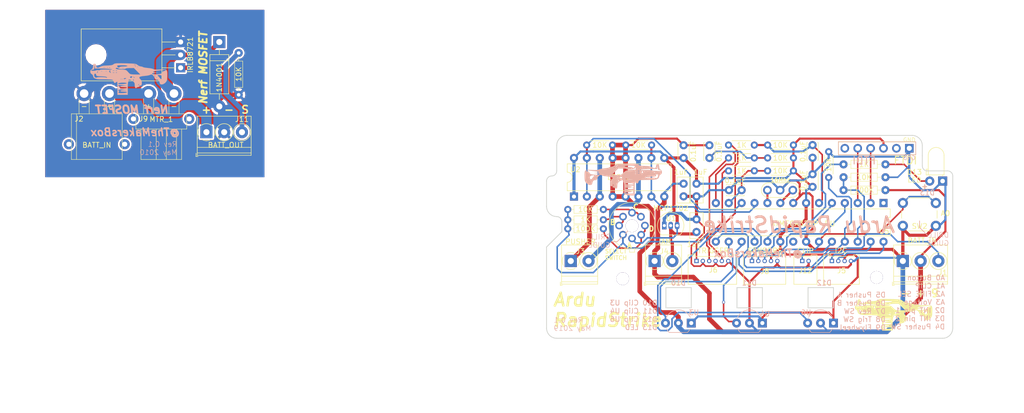
<source format=kicad_pcb>
(kicad_pcb (version 4) (host pcbnew 4.0.6)
  (title_block (date "lun. 30 mars 2015"))
  (layers (0 F.Cu signal) (31 B.Cu signal) (34 B.Paste user) (35 F.Paste user) (36 B.SilkS user) (37 F.SilkS user) (38 B.Mask user) (39 F.Mask user) (44 Edge.Cuts user))
  (net 0 "")
  (net 1 /Reset)
  (net 2 GND)
  (net 3 /A0)
  (net 4 /A1)
  (net 5 /A2)
  (net 6 /A3)
  (net 7 /AREF)
  (net 8 "/A4(SDA)")
  (net 9 "/A5(SCL)")
  (net 10 "/9(**)")
  (net 11 /8)
  (net 12 /7)
  (net 13 "/6(**)")
  (net 14 "/5(**)")
  (net 15 /4)
  (net 16 "/3(**)")
  (net 17 /2)
  (net 18 "/13(SCK)")
  (net 19 "/12(MISO)")
  (net 20 VCC)
  (net 21 "Net-(D2-Pad2)")
  (net 22 "Net-(U5-Pad9)")
  (net 23 "Net-(U5-Pad10)")
  (net 24 "/11(MOSI)")
  (net 25 "/10(SS)")
  (net 26 "Net-(D1-Pad1)")
  (net 27 "Net-(J3-Pad1)")
  (net 28 "Net-(J3-Pad2)")
  (net 29 /TRIG)
  (net 30 /ACCEL)
  (net 31 /PUSH)
  (net 32 "/0(Rx)")
  (net 33 "/1(Tx)")
  (net 34 /BATT)
  (net 35 "Net-(J7-Pad2)")
  (net 36 "Net-(J7-Pad6)")
  (net 37 "Net-(J10-Pad1)")
  (net 38 /Vin)
  (net 39 "Net-(R14-Pad2)")
  (net 40 "Net-(R15-Pad2)")
  (net 41 "Net-(R13-Pad2)")
  (module footprints:TO-220-3_Horizontal (layer F.Cu) (at 58.928 73.025 90)
    (fp_text reference Q1 hide)
    (fp_text value IRLB8721 (at 2.54 1.9 90) (layer F.SilkS))
    (pad 0 np_thru_hole oval (at 2.54 -16.66 90) (size 3.5 3.5) (drill 3.5) (layers *.Cu *.Mask))
    (pad 1 thru_hole rect (at 0 0 90) (size 1.8 1.8) (drill 1) (layers *.Cu *.Mask) (net 10 "/9(**)"))
    (pad 2 thru_hole oval (at 2.54 0 90) (size 1.8 1.8) (drill 1) (layers *.Cu *.Mask) (net 26 "Net-(D1-Pad1)"))
    (pad 3 thru_hole oval (at 5.08 0 90) (size 1.8 1.8) (drill 1) (layers *.Cu *.Mask) (net 2 GND))
  )
  (module footprints:XT30PW_F (layer F.Cu) (at 55.118 78.105 180)
    (fp_text reference J9 (at 3.5 -5 180) (layer F.SilkS))
    (fp_text value MTR_1 (at 0 -5.08 180) (layer F.SilkS))
    (fp_text user - (at -2.5 -2.5 180) (layer F.SilkS))
    (fp_text user + (at 2.5 -2.5 180) (layer F.SilkS))
    (pad 3 thru_hole circle (at -5.5 -5 180) (size 2 2) (drill 1) (layers *.Cu *.Mask))
    (pad 2 thru_hole circle (at -2.5 0 180) (size 3 3) (drill 1.7) (layers *.Cu *.Mask) (net 26 "Net-(D1-Pad1)"))
    (pad 1 thru_hole circle (at 2.5 0 180) (size 3 3) (drill 1.7) (layers *.Cu *.Mask) (net 37 "Net-(J10-Pad1)"))
    (pad 3 thru_hole circle (at 5.5 -5 180) (size 2 2) (drill 1) (layers *.Cu *.Mask))
  )
  (module footprints:D_DO-15_P12.70mm_Horizontal (layer F.Cu) (at 66.548 67.945 270)
    (fp_text reference D1 hide)
    (fp_text value 1N4001 (at 6.985 0 270) (layer F.SilkS))
    (pad 1 thru_hole rect (at 0 0 270) (size 2.4 2.4) (drill 1.2) (layers *.Cu *.Mask) (net 26 "Net-(D1-Pad1)"))
    (pad 2 thru_hole oval (at 12.7 0 270) (size 2.4 2.4) (drill 1.2) (layers *.Cu *.Mask) (net 2 GND))
  )
  (module footprints:TerminalBlock_Phoenix_PT-1,5-3-3.5-H_1x03_P3.50mm_Horizontal (layer F.Cu) (at 64.008 85.725)
    (fp_text reference J11 (at 6.985 -2.54) (layer F.SilkS))
    (fp_text value BATT_OUT (at 3.81 2.54) (layer F.SilkS))
    (pad 1 thru_hole rect (at 0 0) (size 2.4 2.4) (drill 1.2) (layers *.Cu *.Mask) (net 37 "Net-(J10-Pad1)"))
    (pad 2 thru_hole circle (at 3.5 0) (size 2.4 2.4) (drill 1.2) (layers *.Cu *.Mask) (net 2 GND))
    (pad 3 thru_hole circle (at 7 0) (size 2.4 2.4) (drill 1.2) (layers *.Cu *.Mask) (net 10 "/9(**)"))
  )
  (module footprints:R_Axial_DIN0204_L3.6mm_D1.6mm_P7.62mm_Horizontal (layer F.Cu) (at 70.358 78.105 90)
    (fp_text reference R9)
    (fp_text value 10K (at 3.81 0 90) (layer F.SilkS))
    (pad 1 thru_hole circle (at -0.25 0 90) (size 1.6 1.6) (drill 0.7) (layers *.Cu *.Mask) (net 2 GND))
    (pad 2 thru_hole circle (at 8 0 90) (size 1.6 1.6) (drill 0.7) (layers *.Cu *.Mask) (net 10 "/9(**)"))
  )
  (module footprints:XT30PW_M (layer F.Cu) (at 42.418 78.105 180)
    (fp_text reference J2 (at 3.5 -5 180) (layer F.SilkS))
    (fp_text value BATT_IN (at 0 -10.16 180) (layer F.SilkS))
    (fp_text user - (at 2.5 -2.5 180) (layer F.SilkS))
    (fp_text user + (at -2.5 -2.5 180) (layer F.SilkS))
    (pad 3 thru_hole circle (at -5.5 -10 180) (size 2 2) (drill 1) (layers *.Cu *.Mask))
    (pad 1 thru_hole circle (at -2.5 0 180) (size 3 3) (drill 1.7) (layers *.Cu *.Mask) (net 37 "Net-(J10-Pad1)"))
    (pad 2 thru_hole circle (at 2.5 0 180) (size 3 3) (drill 1.7) (layers *.Cu *.Mask) (net 2 GND))
    (pad 3 thru_hole circle (at 5.5 -10 180) (size 2 2) (drill 1) (layers *.Cu *.Mask))
  )
  (module Wire_Pads:SolderWirePad_single_2-5mmDrill (layer F.Cu) (at 204.38 101.919)
    (fp_text reference J13 hide)
    (fp_text value NPTH)
    (pad "" np_thru_hole circle (at 0 0) (size 2.5 2.5) (drill 2.5) (layers *.Cu *.Mask))
  )
  (module footprints:R_Axial_DIN0204_L3.6mm_D1.6mm_P7.62mm_Horizontal (layer F.Cu) (at 189.738 97.155)
    (fp_text reference R8)
    (fp_text value 100K (at 3.81 0) (layer F.SilkS))
    (pad 1 thru_hole circle (at -0.25 0) (size 1.6 1.6) (drill 0.7) (layers *.Cu *.Mask) (net 6 /A3))
    (pad 2 thru_hole circle (at 8 0) (size 1.6 1.6) (drill 0.7) (layers *.Cu *.Mask) (net 34 /BATT))
  )
  (module footprints:TerminalBlock_Phoenix_PT-1,5-3-3.5-H_1x03_P3.50mm_Horizontal (layer F.Cu) (at 201.168 111.125)
    (fp_text reference J1 (at 7.874 2.286) (layer F.SilkS))
    (fp_text value BATT_IN (at 3.81 -4.064) (layer F.SilkS))
    (pad 1 thru_hole rect (at 0 0) (size 2.4 2.4) (drill 1.2) (layers *.Cu *.Mask) (net 2 GND))
    (pad 2 thru_hole circle (at 3.5 0) (size 2.4 2.4) (drill 1.2) (layers *.Cu *.Mask) (net 34 /BATT))
    (pad 3 thru_hole circle (at 7 0) (size 2.4 2.4) (drill 1.2) (layers *.Cu *.Mask) (net 10 "/9(**)"))
  )
  (module footprints:R__P5.08mm (layer F.Cu) (at 186.563 92.075 270)
    (fp_text reference R16 hide)
    (fp_text value 10K (at 0 0 270) (layer F.SilkS))
    (pad 1 thru_hole circle (at -2.5 0 270) (size 1.4 1.4) (drill 0.7) (layers *.Cu *.Mask) (net 2 GND))
    (pad 2 thru_hole oval (at 2.58 0 270) (size 1.4 1.4) (drill 0.7) (layers *.Cu *.Mask) (net 5 /A2))
  )
  (module footprints:R__P5.08mm (layer F.Cu) (at 177.038 88.265)
    (fp_text reference R10 hide)
    (fp_text value 10K (at 0 0) (layer F.SilkS))
    (pad 1 thru_hole circle (at -2.5 0) (size 1.4 1.4) (drill 0.7) (layers *.Cu *.Mask) (net 15 /4))
    (pad 2 thru_hole oval (at 2.58 0) (size 1.4 1.4) (drill 0.7) (layers *.Cu *.Mask) (net 20 VCC))
  )
  (module footprints:R__P5.08mm (layer F.Cu) (at 141.478 88.265 180)
    (fp_text reference R1 hide)
    (fp_text value 10K (at 0 0 180) (layer F.SilkS))
    (pad 1 thru_hole circle (at -2.5 0 180) (size 1.4 1.4) (drill 0.7) (layers *.Cu *.Mask) (net 2 GND))
    (pad 2 thru_hole oval (at 2.58 0 180) (size 1.4 1.4) (drill 0.7) (layers *.Cu *.Mask) (net 13 "/6(**)"))
  )
  (module footprints:R__P5.08mm (layer F.Cu) (at 149.098 88.265)
    (fp_text reference R3 hide)
    (fp_text value 10K (at 0 0) (layer F.SilkS))
    (pad 1 thru_hole circle (at -2.5 0) (size 1.4 1.4) (drill 0.7) (layers *.Cu *.Mask) (net 2 GND))
    (pad 2 thru_hole oval (at 2.58 0) (size 1.4 1.4) (drill 0.7) (layers *.Cu *.Mask) (net 14 "/5(**)"))
  )
  (module footprints:R__P5.08mm (layer F.Cu) (at 177.038 90.805)
    (fp_text reference R4 hide)
    (fp_text value 10K (at 0 0) (layer F.SilkS))
    (pad 1 thru_hole circle (at -2.5 0) (size 1.4 1.4) (drill 0.7) (layers *.Cu *.Mask) (net 11 /8))
    (pad 2 thru_hole oval (at 2.58 0) (size 1.4 1.4) (drill 0.7) (layers *.Cu *.Mask) (net 20 VCC))
  )
  (module footprints:R__P5.08mm (layer F.Cu) (at 177.038 93.345)
    (fp_text reference R6 hide)
    (fp_text value 10K (at 0 0) (layer F.SilkS))
    (pad 1 thru_hole circle (at -2.5 0) (size 1.4 1.4) (drill 0.7) (layers *.Cu *.Mask) (net 12 /7))
    (pad 2 thru_hole oval (at 2.58 0) (size 1.4 1.4) (drill 0.7) (layers *.Cu *.Mask) (net 20 VCC))
  )
  (module footprints:DIP-28_W7.62mm (layer F.Cu) (at 197.358 99.695 270)
    (fp_text reference U5 (at 5.588 -0.127 360) (layer F.SilkS))
    (fp_text value ATMEGA328P-PU (at 4.064 15.875 360) (layer F.SilkS))
    (pad 1 thru_hole rect (at 0 0 270) (size 1.6 1.6) (drill 0.8) (layers *.Cu *.Mask) (net 1 /Reset))
    (pad 15 thru_hole oval (at 7.62 33.02 270) (size 1.6 1.6) (drill 0.8) (layers *.Cu *.Mask) (net 10 "/9(**)"))
    (pad 2 thru_hole oval (at 0 2.54 270) (size 1.6 1.6) (drill 0.8) (layers *.Cu *.Mask) (net 32 "/0(Rx)"))
    (pad 16 thru_hole oval (at 7.62 30.48 270) (size 1.6 1.6) (drill 0.8) (layers *.Cu *.Mask) (net 25 "/10(SS)"))
    (pad 3 thru_hole oval (at 0 5.08 270) (size 1.6 1.6) (drill 0.8) (layers *.Cu *.Mask) (net 33 "/1(Tx)"))
    (pad 17 thru_hole oval (at 7.62 27.94 270) (size 1.6 1.6) (drill 0.8) (layers *.Cu *.Mask) (net 24 "/11(MOSI)"))
    (pad 4 thru_hole oval (at 0 7.62 270) (size 1.6 1.6) (drill 0.8) (layers *.Cu *.Mask) (net 17 /2))
    (pad 18 thru_hole oval (at 7.62 25.4 270) (size 1.6 1.6) (drill 0.8) (layers *.Cu *.Mask) (net 19 "/12(MISO)"))
    (pad 5 thru_hole oval (at 0 10.16 270) (size 1.6 1.6) (drill 0.8) (layers *.Cu *.Mask) (net 16 "/3(**)"))
    (pad 19 thru_hole oval (at 7.62 22.86 270) (size 1.6 1.6) (drill 0.8) (layers *.Cu *.Mask) (net 18 "/13(SCK)"))
    (pad 6 thru_hole oval (at 0 12.7 270) (size 1.6 1.6) (drill 0.8) (layers *.Cu *.Mask) (net 15 /4))
    (pad 20 thru_hole oval (at 7.62 20.32 270) (size 1.6 1.6) (drill 0.8) (layers *.Cu *.Mask) (net 20 VCC))
    (pad 7 thru_hole oval (at 0 15.24 270) (size 1.6 1.6) (drill 0.8) (layers *.Cu *.Mask) (net 20 VCC))
    (pad 21 thru_hole oval (at 7.62 17.78 270) (size 1.6 1.6) (drill 0.8) (layers *.Cu *.Mask) (net 7 /AREF))
    (pad 8 thru_hole oval (at 0 17.78 270) (size 1.6 1.6) (drill 0.8) (layers *.Cu *.Mask) (net 2 GND))
    (pad 22 thru_hole oval (at 7.62 15.24 270) (size 1.6 1.6) (drill 0.8) (layers *.Cu *.Mask) (net 2 GND))
    (pad 9 thru_hole oval (at 0 20.32 270) (size 1.6 1.6) (drill 0.8) (layers *.Cu *.Mask) (net 22 "Net-(U5-Pad9)"))
    (pad 23 thru_hole oval (at 7.62 12.7 270) (size 1.6 1.6) (drill 0.8) (layers *.Cu *.Mask) (net 3 /A0))
    (pad 10 thru_hole oval (at 0 22.86 270) (size 1.6 1.6) (drill 0.8) (layers *.Cu *.Mask) (net 23 "Net-(U5-Pad10)"))
    (pad 24 thru_hole oval (at 7.62 10.16 270) (size 1.6 1.6) (drill 0.8) (layers *.Cu *.Mask) (net 4 /A1))
    (pad 11 thru_hole oval (at 0 25.4 270) (size 1.6 1.6) (drill 0.8) (layers *.Cu *.Mask) (net 14 "/5(**)"))
    (pad 25 thru_hole oval (at 7.62 7.62 270) (size 1.6 1.6) (drill 0.8) (layers *.Cu *.Mask) (net 5 /A2))
    (pad 12 thru_hole oval (at 0 27.94 270) (size 1.6 1.6) (drill 0.8) (layers *.Cu *.Mask) (net 13 "/6(**)"))
    (pad 26 thru_hole oval (at 7.62 5.08 270) (size 1.6 1.6) (drill 0.8) (layers *.Cu *.Mask) (net 6 /A3))
    (pad 13 thru_hole oval (at 0 30.48 270) (size 1.6 1.6) (drill 0.8) (layers *.Cu *.Mask) (net 12 /7))
    (pad 27 thru_hole oval (at 7.62 2.54 270) (size 1.6 1.6) (drill 0.8) (layers *.Cu *.Mask) (net 8 "/A4(SDA)"))
    (pad 14 thru_hole oval (at 0 33.02 270) (size 1.6 1.6) (drill 0.8) (layers *.Cu *.Mask) (net 11 /8))
    (pad 28 thru_hole oval (at 7.62 0 270) (size 1.6 1.6) (drill 0.8) (layers *.Cu *.Mask) (net 9 "/A5(SCL)"))
  )
  (module footprints:Resonator-3pin_w7.0mm_h2.5mm (layer F.Cu) (at 174.498 97.155)
    (fp_text reference Y1 hide)
    (fp_text value 16Mhz (at 2.54 -2.032) (layer F.SilkS) (effects (font (size 0.8 0.8))))
    (pad 1 thru_hole circle (at 0 0) (size 1.7 1.7) (drill 1) (layers *.Cu *.Mask) (net 23 "Net-(U5-Pad10)"))
    (pad 2 thru_hole circle (at 2.5 0) (size 1.7 1.7) (drill 1) (layers *.Cu *.Mask) (net 2 GND))
    (pad 3 thru_hole circle (at 5 0) (size 1.7 1.7) (drill 1) (layers *.Cu *.Mask) (net 22 "Net-(U5-Pad9)"))
  )
  (module footprints:R__P5.08mm (layer F.Cu) (at 169.418 88.265 180)
    (fp_text reference R11 hide)
    (fp_text value 1K (at 0 0 180) (layer F.SilkS))
    (pad 1 thru_hole circle (at -2.5 0 180) (size 1.4 1.4) (drill 0.7) (layers *.Cu *.Mask) (net 15 /4))
    (pad 2 thru_hole oval (at 2.58 0 180) (size 1.4 1.4) (drill 0.7) (layers *.Cu *.Mask) (net 31 /PUSH))
  )
  (module footprints:R__P5.08mm (layer F.Cu) (at 169.418 93.345 180)
    (fp_text reference R7 hide)
    (fp_text value 1K (at 0 0 180) (layer F.SilkS))
    (pad 1 thru_hole circle (at -2.5 0 180) (size 1.4 1.4) (drill 0.7) (layers *.Cu *.Mask) (net 12 /7))
    (pad 2 thru_hole oval (at 2.58 0 180) (size 1.4 1.4) (drill 0.7) (layers *.Cu *.Mask) (net 30 /ACCEL))
  )
  (module footprints:R__P5.08mm (layer F.Cu) (at 169.418 90.805 180)
    (fp_text reference R5 hide)
    (fp_text value 1K (at 0 0 180) (layer F.SilkS))
    (pad 1 thru_hole circle (at -2.5 0 180) (size 1.4 1.4) (drill 0.7) (layers *.Cu *.Mask) (net 11 /8))
    (pad 2 thru_hole oval (at 2.58 0 180) (size 1.4 1.4) (drill 0.7) (layers *.Cu *.Mask) (net 29 /TRIG))
  )
  (module footprints:C_Disc_D5.0mm_W2.5mm_P2.50mm (layer F.Cu) (at 160.528 105.41 90)
    (fp_text reference C1 hide)
    (fp_text value 1uF (at -2.413 -0.508 180) (layer F.SilkS))
    (pad 1 thru_hole circle (at 0 0 90) (size 1.6 1.6) (drill 0.8) (layers *.Cu *.Mask) (net 38 /Vin))
    (pad 2 thru_hole circle (at 2.5 0 90) (size 1.6 1.6) (drill 0.8) (layers *.Cu *.Mask) (net 2 GND))
  )
  (module footprints:C_Disc_D5.0mm_W2.5mm_P2.50mm (layer F.Cu) (at 157.988 95.885 270)
    (fp_text reference C2 hide)
    (fp_text value 1uF (at -2.286 0.508 360) (layer F.SilkS))
    (pad 1 thru_hole circle (at 0 0 270) (size 1.6 1.6) (drill 0.8) (layers *.Cu *.Mask) (net 34 /BATT))
    (pad 2 thru_hole circle (at 2.5 0 270) (size 1.6 1.6) (drill 0.8) (layers *.Cu *.Mask) (net 2 GND))
  )
  (module footprints:C_Disc_D3.4mm_W2.1mm_P2.50mm (layer F.Cu) (at 157.988 90.805 90)
    (fp_text reference C3 hide)
    (fp_text value 0.1uF (at 1.27 1.905 90) (layer F.SilkS))
    (pad 1 thru_hole circle (at 0 0 90) (size 1.6 1.6) (drill 0.8) (layers *.Cu *.Mask) (net 20 VCC))
    (pad 2 thru_hole circle (at 2.5 0 90) (size 1.6 1.6) (drill 0.8) (layers *.Cu *.Mask) (net 2 GND))
  )
  (module footprints:C_Disc_D5.0mm_W2.5mm_P2.50mm (layer F.Cu) (at 160.528 95.885 270)
    (fp_text reference C4 hide)
    (fp_text value 1uF (at -2.286 -0.762 360) (layer F.SilkS))
    (pad 1 thru_hole circle (at 0 0 270) (size 1.6 1.6) (drill 0.8) (layers *.Cu *.Mask) (net 20 VCC))
    (pad 2 thru_hole circle (at 2.5 0 270) (size 1.6 1.6) (drill 0.8) (layers *.Cu *.Mask) (net 2 GND))
  )
  (module footprints:C_Disc_D3.4mm_W2.1mm_P2.50mm (layer F.Cu) (at 163.068 90.805 90)
    (fp_text reference C6 hide)
    (fp_text value 0.1uF (at 1.27 1.905 90) (layer F.SilkS))
    (pad 1 thru_hole circle (at 0 0 90) (size 1.6 1.6) (drill 0.8) (layers *.Cu *.Mask) (net 11 /8))
    (pad 2 thru_hole circle (at 2.5 0 90) (size 1.6 1.6) (drill 0.8) (layers *.Cu *.Mask) (net 2 GND))
  )
  (module footprints:C_Disc_D3.4mm_W2.1mm_P2.50mm (layer F.Cu) (at 169.418 97.155 180)
    (fp_text reference C7 hide)
    (fp_text value 0.1uF (at 1.27 1.905 180) (layer F.SilkS))
    (pad 1 thru_hole circle (at 0 0 180) (size 1.6 1.6) (drill 0.8) (layers *.Cu *.Mask) (net 12 /7))
    (pad 2 thru_hole circle (at 2.5 0 180) (size 1.6 1.6) (drill 0.8) (layers *.Cu *.Mask) (net 2 GND))
  )
  (module footprints:C_Disc_D3.4mm_W2.1mm_P2.50mm (layer F.Cu) (at 183.388 88.265 270)
    (fp_text reference C8 hide)
    (fp_text value 0.1uF (at 1.27 1.905 270) (layer F.SilkS))
    (pad 1 thru_hole circle (at 0 0 270) (size 1.6 1.6) (drill 0.8) (layers *.Cu *.Mask) (net 15 /4))
    (pad 2 thru_hole circle (at 2.5 0 270) (size 1.6 1.6) (drill 0.8) (layers *.Cu *.Mask) (net 2 GND))
  )
  (module footprints:LED_D3.0mm_Horizontal_O1.27mm_Z10.0mm (layer F.Cu) (at 208.998 95.365 180)
    (fp_text reference D2 hide)
    (fp_text value D13 (at 5.544 1.766 180) (layer F.SilkS))
    (pad 1 thru_hole rect (at 0 0 180) (size 1.8 1.8) (drill 0.9) (layers *.Cu *.Mask) (net 2 GND))
    (pad 2 thru_hole circle (at 2.54 0 180) (size 1.8 1.8) (drill 0.9) (layers *.Cu *.Mask) (net 21 "Net-(D2-Pad2)"))
  )
  (module footprints:Pin_Header_Straight_1x06_Pitch2.54mm (layer F.Cu) (at 202.438 88.9 270)
    (fp_text reference J7 hide)
    (fp_text value FTDI (at 2.413 0.762 360) (layer F.SilkS) (effects (font (size 1.5 1.5) (thickness 0.2))))
    (pad 1 thru_hole rect (at 0 0 270) (size 1.7 1.7) (drill 1) (layers *.Cu *.Mask) (net 2 GND))
    (pad 2 thru_hole oval (at 0 2.54 270) (size 1.7 1.7) (drill 1) (layers *.Cu *.Mask) (net 35 "Net-(J7-Pad2)"))
    (pad 3 thru_hole oval (at 0 5.08 270) (size 1.7 1.7) (drill 1) (layers *.Cu *.Mask) (net 20 VCC))
    (pad 4 thru_hole oval (at 0 7.62 270) (size 1.7 1.7) (drill 1) (layers *.Cu *.Mask) (net 32 "/0(Rx)"))
    (pad 5 thru_hole oval (at 0 10.16 270) (size 1.7 1.7) (drill 1) (layers *.Cu *.Mask) (net 33 "/1(Tx)"))
    (pad 6 thru_hole oval (at 0 12.7 270) (size 1.7 1.7) (drill 1) (layers *.Cu *.Mask) (net 36 "Net-(J7-Pad6)"))
  )
  (module footprints:Molex_PicoBlade_53048-0210_02x1.25mm_Angled (layer F.Cu) (at 181.356 111.125)
    (fp_text reference J12 (at 0.635 1.905) (layer F.SilkS))
    (fp_text value CLIP (at 0.635 -2.032) (layer F.SilkS))
    (pad 1 thru_hole rect (at 0 0) (size 0.85 0.85) (drill 0.5) (layers *.Cu *.Mask) (net 4 /A1))
    (pad 2 thru_hole circle (at 1.25 0) (size 0.85 0.85) (drill 0.5) (layers *.Cu *.Mask) (net 2 GND))
  )
  (module Wire_Pads:SolderWirePad_single_2-5mmDrill (layer F.Cu) (at 195.998 114.365)
    (fp_text reference J13 hide)
    (fp_text value NPTH)
    (pad "" np_thru_hole circle (at 0 0) (size 2.5 2.5) (drill 2.49936) (layers *.Cu *.Mask))
  )
  (module Wire_Pads:SolderWirePad_single_2-5mmDrill (layer F.Cu) (at 145.998 114.619)
    (fp_text reference J14 hide)
    (fp_text value NPTH)
    (pad "" np_thru_hole circle (at 0 0) (size 2.5 2.5) (drill 2.49936) (layers *.Cu *.Mask))
  )
  (module Wire_Pads:SolderWirePad_single_2-5mmDrill (layer F.Cu) (at 147.828 104.1908)
    (fp_text reference J16 hide)
    (fp_text value NPTH)
    (pad "" np_thru_hole circle (at 0 0) (size 2.5 2.5) (drill 2.49936) (layers *.Cu *.Mask))
  )
  (module footprints:TO-92_Inline_Narrow_Oval (layer F.Cu) (at 154.178 104.14)
    (fp_text reference U1 (at 1.32 -1.41) (layer F.SilkS))
    (fp_text value MCP1702 (at 1.27 -3.429) (layer F.SilkS))
    (pad 2 thru_hole oval (at 1.27 0 180) (size 0.9 1.5) (drill 0.6) (layers *.Cu *.Mask) (net 38 /Vin))
    (pad 3 thru_hole oval (at 2.54 0 180) (size 0.9 1.5) (drill 0.6) (layers *.Cu *.Mask) (net 20 VCC))
    (pad 1 thru_hole rect (at 0 0 180) (size 0.9 1.5) (drill 0.6) (layers *.Cu *.Mask) (net 2 GND))
  )
  (module footprints:DIP-16_W7.62mm (layer F.Cu) (at 136.398 98.425 90)
    (fp_text reference U2 (at 5.334 0.254 180) (layer F.SilkS))
    (fp_text value L293D (at 3.81 8.89 180) (layer F.SilkS))
    (pad 1 thru_hole rect (at 0 0 90) (size 1.6 1.6) (drill 0.8) (layers *.Cu *.Mask) (net 20 VCC))
    (pad 9 thru_hole oval (at 7.62 17.78 90) (size 1.6 1.6) (drill 0.8) (layers *.Cu *.Mask) (net 20 VCC))
    (pad 2 thru_hole oval (at 0 2.54 90) (size 1.6 1.6) (drill 0.8) (layers *.Cu *.Mask) (net 13 "/6(**)"))
    (pad 10 thru_hole oval (at 7.62 15.24 90) (size 1.6 1.6) (drill 0.8) (layers *.Cu *.Mask) (net 14 "/5(**)"))
    (pad 3 thru_hole oval (at 0 5.08 90) (size 1.6 1.6) (drill 0.8) (layers *.Cu *.Mask) (net 27 "Net-(J3-Pad1)"))
    (pad 11 thru_hole oval (at 7.62 12.7 90) (size 1.6 1.6) (drill 0.8) (layers *.Cu *.Mask) (net 28 "Net-(J3-Pad2)"))
    (pad 4 thru_hole oval (at 0 7.62 90) (size 1.6 1.6) (drill 0.8) (layers *.Cu *.Mask) (net 2 GND))
    (pad 12 thru_hole oval (at 7.62 10.16 90) (size 1.6 1.6) (drill 0.8) (layers *.Cu *.Mask) (net 2 GND))
    (pad 5 thru_hole oval (at 0 10.16 90) (size 1.6 1.6) (drill 0.8) (layers *.Cu *.Mask) (net 2 GND))
    (pad 13 thru_hole oval (at 7.62 7.62 90) (size 1.6 1.6) (drill 0.8) (layers *.Cu *.Mask) (net 2 GND))
    (pad 6 thru_hole oval (at 0 12.7 90) (size 1.6 1.6) (drill 0.8) (layers *.Cu *.Mask) (net 28 "Net-(J3-Pad2)"))
    (pad 14 thru_hole oval (at 7.62 5.08 90) (size 1.6 1.6) (drill 0.8) (layers *.Cu *.Mask) (net 27 "Net-(J3-Pad1)"))
    (pad 7 thru_hole oval (at 0 15.24 90) (size 1.6 1.6) (drill 0.8) (layers *.Cu *.Mask) (net 14 "/5(**)"))
    (pad 15 thru_hole oval (at 7.62 2.54 90) (size 1.6 1.6) (drill 0.8) (layers *.Cu *.Mask) (net 13 "/6(**)"))
    (pad 8 thru_hole oval (at 0 17.78 90) (size 1.6 1.6) (drill 0.8) (layers *.Cu *.Mask) (net 34 /BATT))
    (pad 16 thru_hole oval (at 7.62 0 90) (size 1.6 1.6) (drill 0.8) (layers *.Cu *.Mask) (net 20 VCC))
  )
  (module footprints:Molex_PicoBlade_53048-0410_04x1.25mm_Angled (layer F.Cu) (at 187.198 111.125)
    (fp_text reference J5 (at 1.905 1.905) (layer F.SilkS))
    (fp_text value I2C (at 1.778 -2.032) (layer F.SilkS))
    (pad 1 thru_hole rect (at 0 0) (size 0.85 0.85) (drill 0.5) (layers *.Cu *.Mask) (net 8 "/A4(SDA)"))
    (pad 2 thru_hole circle (at 1.25 0) (size 0.85 0.85) (drill 0.5) (layers *.Cu *.Mask) (net 9 "/A5(SCL)"))
    (pad 3 thru_hole circle (at 2.5 0) (size 0.85 0.85) (drill 0.5) (layers *.Cu *.Mask) (net 20 VCC))
    (pad 4 thru_hole circle (at 3.75 0) (size 0.85 0.85) (drill 0.5) (layers *.Cu *.Mask) (net 2 GND))
  )
  (module footprints:SW_Rotary8 (layer F.Cu) (at 147.828 104.14 180)
    (fp_text reference SW1 hide)
    (fp_text value SW_Rotary8)
    (pad 8 thru_hole circle (at 0 -2.54 180) (size 1.5 1.5) (drill 0.9) (layers *.Cu *.Mask) (net 20 VCC))
    (pad 1 thru_hole circle (at 1.7907 -1.8034 180) (size 1.5 1.5) (drill 0.9) (layers *.Cu *.Mask) (net 5 /A2))
    (pad 2 thru_hole oval (at 2.54 0 180) (size 1.5 1.5) (drill 0.9) (layers *.Cu *.Mask) (net 40 "Net-(R15-Pad2)"))
    (pad 3 thru_hole oval (at 1.778 1.7526 180) (size 1.5 1.5) (drill 0.9) (layers *.Cu *.Mask) (net 40 "Net-(R15-Pad2)"))
    (pad 4 thru_hole oval (at 0 2.54 180) (size 1.5 1.5) (drill 0.9) (layers *.Cu *.Mask) (net 39 "Net-(R14-Pad2)"))
    (pad 5 thru_hole oval (at -1.7526 1.7399 180) (size 1.5 1.5) (drill 0.9) (layers *.Cu *.Mask) (net 39 "Net-(R14-Pad2)"))
    (pad 6 thru_hole oval (at -2.54 0 180) (size 1.5 1.5) (drill 0.9) (layers *.Cu *.Mask) (net 41 "Net-(R13-Pad2)"))
    (pad 7 thru_hole oval (at -1.8034 -1.8161 180) (size 1.5 1.5) (drill 0.9) (layers *.Cu *.Mask) (net 41 "Net-(R13-Pad2)"))
  )
  (module footprints:C_Disc_D3.4mm_W2.1mm_P2.50mm (layer F.Cu) (at 183.388 96.52 90)
    (fp_text reference C5 hide)
    (fp_text value 0.1uF (at 1.27 -1.905 90) (layer F.SilkS))
    (pad 1 thru_hole circle (at 0 0 90) (size 1.6 1.6) (drill 0.8) (layers *.Cu *.Mask) (net 20 VCC))
    (pad 2 thru_hole circle (at 2.5 0 90) (size 1.6 1.6) (drill 0.8) (layers *.Cu *.Mask) (net 2 GND))
  )
  (module footprints:Hall_Sensor (layer B.Cu) (at 159.498 123.365 180)
    (fp_text reference U3 (at -0.522 2.08 360) (layer B.SilkS) (effects (justify mirror)))
    (fp_text value "HALL SENSOR" hide)
    (pad 3 thru_hole circle (at 5.08 0 90) (size 1.75 1.75) (drill 0.8) (layers *.Cu *.Mask) (net 25 "/10(SS)"))
    (pad 2 thru_hole circle (at 2.54 0 90) (size 1.75 1.75) (drill 0.8) (layers *.Cu *.Mask) (net 2 GND))
    (pad 1 thru_hole rect (at 0 0 90) (size 1.75 1.75) (drill 0.8) (layers *.Cu *.Mask) (net 20 VCC))
  )
  (module footprints:Hall_Sensor (layer B.Cu) (at 187.498 123.365 180)
    (fp_text reference U6 (at 5.38 2.08 360) (layer B.SilkS) (effects (justify mirror)))
    (fp_text value "HALL SENSOR" hide)
    (pad 3 thru_hole circle (at 5.08 0 90) (size 1.75 1.75) (drill 0.8) (layers *.Cu *.Mask) (net 19 "/12(MISO)"))
    (pad 2 thru_hole circle (at 2.54 0 90) (size 1.75 1.75) (drill 0.8) (layers *.Cu *.Mask) (net 2 GND))
    (pad 1 thru_hole rect (at 0 0 90) (size 1.75 1.75) (drill 0.8) (layers *.Cu *.Mask) (net 20 VCC))
  )
  (module footprints:Hall_Sensor (layer B.Cu) (at 173.498 123.365 180)
    (fp_text reference U4 (at -0.492 1.826 360) (layer B.SilkS) (effects (justify mirror)))
    (fp_text value "HALL SENSOR" hide)
    (pad 3 thru_hole circle (at 5.08 0 90) (size 1.75 1.75) (drill 0.8) (layers *.Cu *.Mask) (net 24 "/11(MOSI)"))
    (pad 2 thru_hole circle (at 2.54 0 90) (size 1.75 1.75) (drill 0.8) (layers *.Cu *.Mask) (net 2 GND))
    (pad 1 thru_hole rect (at 0 0 90) (size 1.75 1.75) (drill 0.8) (layers *.Cu *.Mask) (net 20 VCC))
  )
  (module footprints:TerminalBlock_Phoenix_PT-1,5-2-3.5-H_1x02_P3.50mm_Horizontal (layer F.Cu) (at 135.763 111.125)
    (fp_text reference J3 (at 1.905 -1.905) (layer F.SilkS))
    (fp_text value PUSHER (at 1.905 -3.81 180) (layer F.SilkS))
    (pad 1 thru_hole rect (at 0 0) (size 2.4 2.4) (drill 1.2) (layers *.Cu *.Mask) (net 27 "Net-(J3-Pad1)"))
    (pad 2 thru_hole circle (at 3.5 0) (size 2.4 2.4) (drill 1.2) (layers *.Cu *.Mask) (net 28 "Net-(J3-Pad2)"))
  )
  (module footprints:TerminalBlock_Phoenix_PT-1,5-2-3.5-H_1x02_P3.50mm_Horizontal (layer F.Cu) (at 152.273 111.125)
    (fp_text reference J4 (at 1.905 -1.905) (layer F.SilkS))
    (fp_text value JAM (at 1.905 -3.81 180) (layer F.SilkS))
    (pad 1 thru_hole rect (at 0 0) (size 2.4 2.4) (drill 1.2) (layers *.Cu *.Mask) (net 34 /BATT))
    (pad 2 thru_hole circle (at 3.5 0) (size 2.4 2.4) (drill 1.2) (layers *.Cu *.Mask) (net 38 /Vin))
  )
  (module footprints:R_Axial_DIN0204_L3.6mm_D1.6mm_P7.62mm_Horizontal (layer F.Cu) (at 189.738 94.615)
    (fp_text reference R12)
    (fp_text value 10K (at 3.81 0) (layer F.SilkS))
    (pad 1 thru_hole circle (at -0.25 0) (size 1.6 1.6) (drill 0.7) (layers *.Cu *.Mask) (net 6 /A3))
    (pad 2 thru_hole circle (at 8 0) (size 1.6 1.6) (drill 0.7) (layers *.Cu *.Mask) (net 2 GND))
  )
  (module Connectors_Molex:Molex_PicoBlade_53048-0610_06x1.25mm_Angled (layer F.Cu) (at 160.528 111.125)
    (fp_text reference J6 (at 3.302 1.778) (layer F.SilkS))
    (fp_text value TRIGGER (at 3.302 -2.032) (layer F.SilkS))
    (pad 1 thru_hole rect (at 0 0) (size 0.85 0.85) (drill 0.5) (layers *.Cu *.Mask) (net 29 /TRIG))
    (pad 2 thru_hole circle (at 1.25 0) (size 0.85 0.85) (drill 0.5) (layers *.Cu *.Mask) (net 2 GND))
    (pad 3 thru_hole circle (at 2.5 0) (size 0.85 0.85) (drill 0.5) (layers *.Cu *.Mask) (net 30 /ACCEL))
    (pad 4 thru_hole circle (at 3.75 0) (size 0.85 0.85) (drill 0.5) (layers *.Cu *.Mask) (net 2 GND))
    (pad 5 thru_hole circle (at 5 0) (size 0.85 0.85) (drill 0.5) (layers *.Cu *.Mask) (net 31 /PUSH))
    (pad 6 thru_hole circle (at 6.25 0) (size 0.85 0.85) (drill 0.5) (layers *.Cu *.Mask) (net 2 GND))
  )
  (module Connectors_Molex:Molex_PicoBlade_53048-0510_05x1.25mm_Angled (layer F.Cu) (at 171.45 111.125)
    (fp_text reference J8 (at 2.54 2.032) (layer F.SilkS))
    (fp_text value SENSORS (at 2.54 -2.032) (layer F.SilkS))
    (pad 1 thru_hole rect (at 0 0) (size 0.85 0.85) (drill 0.5) (layers *.Cu *.Mask) (net 16 "/3(**)"))
    (pad 2 thru_hole circle (at 1.25 0) (size 0.85 0.85) (drill 0.5) (layers *.Cu *.Mask) (net 17 /2))
    (pad 3 thru_hole circle (at 2.5 0) (size 0.85 0.85) (drill 0.5) (layers *.Cu *.Mask) (net 3 /A0))
    (pad 4 thru_hole circle (at 3.75 0) (size 0.85 0.85) (drill 0.5) (layers *.Cu *.Mask) (net 20 VCC))
    (pad 5 thru_hole circle (at 5 0) (size 0.85 0.85) (drill 0.5) (layers *.Cu *.Mask) (net 2 GND))
  )
  (module footprints:R_Axial_DIN0204_L3.6mm_D1.6mm_P7.62mm_Horizontal (layer F.Cu) (at 189.738 92.075)
    (fp_text reference R2)
    (fp_text value 1K (at 3.81 0) (layer F.SilkS))
    (pad 1 thru_hole circle (at -0.25 0) (size 1.6 1.6) (drill 0.7) (layers *.Cu *.Mask) (net 18 "/13(SCK)"))
    (pad 2 thru_hole circle (at 8 0) (size 1.6 1.6) (drill 0.7) (layers *.Cu *.Mask) (net 21 "Net-(D2-Pad2)"))
  )
  (module footprints:R__P7mm (layer F.Cu) (at 138.684 104.775)
    (fp_text reference R13 hide)
    (fp_text value 100K (at 0 0) (layer F.SilkS))
    (pad 1 thru_hole circle (at -3.5 0) (size 1.4 1.4) (drill 0.7) (layers *.Cu *.Mask) (net 5 /A2))
    (pad 2 thru_hole oval (at 3.5 0) (size 1.4 1.4) (drill 0.7) (layers *.Cu *.Mask) (net 41 "Net-(R13-Pad2)"))
  )
  (module footprints:R__P7mm (layer F.Cu) (at 138.684 100.965)
    (fp_text reference R14 hide)
    (fp_text value 10K (at 0 0) (layer F.SilkS))
    (pad 1 thru_hole circle (at -3.5 0) (size 1.4 1.4) (drill 0.7) (layers *.Cu *.Mask) (net 5 /A2))
    (pad 2 thru_hole oval (at 3.5 0) (size 1.4 1.4) (drill 0.7) (layers *.Cu *.Mask) (net 39 "Net-(R14-Pad2)"))
  )
  (module footprints:R__P7mm (layer F.Cu) (at 138.684 102.997)
    (fp_text reference R15 hide)
    (fp_text value 1K (at 0 0) (layer F.SilkS))
    (pad 1 thru_hole circle (at -3.5 0) (size 1.4 1.4) (drill 0.7) (layers *.Cu *.Mask) (net 5 /A2))
    (pad 2 thru_hole oval (at 3.5 0) (size 1.4 1.4) (drill 0.7) (layers *.Cu *.Mask) (net 40 "Net-(R15-Pad2)"))
  )
  (module footprints:SW_PUSH_6mm (layer F.Cu) (at 201.168 99.695)
    (fp_text reference SW2 (at 3.302 4.572) (layer F.SilkS))
    (fp_text value SW_Push)
    (pad 2 thru_hole circle (at 0 4.5 90) (size 2 2) (drill 1.1) (layers *.Cu *.Mask) (net 2 GND))
    (pad 1 thru_hole circle (at 0 0 90) (size 2 2) (drill 1.1) (layers *.Cu *.Mask) (net 3 /A0))
    (pad 2 thru_hole circle (at 6.5 4.5 90) (size 2 2) (drill 1.1) (layers *.Cu *.Mask) (net 2 GND))
    (pad 1 thru_hole circle (at 6.5 0 90) (size 2 2) (drill 1.1) (layers *.Cu *.Mask) (net 3 /A0))
  )
  (module footprints:RS_left (layer F.Cu) (at 199.39 120.777)
    (fp_text reference G*** hide)
    (fp_text value LOGO hide)
  )
  (module footprints:RS_left (layer B.Cu) (at 146.05 94.107 180)
    (fp_text reference G*** hide)
    (fp_text value LOGO hide)
  )
  (module footprints:RS_right (layer B.Cu) (at 48.768 74.295 180)
    (fp_text reference G*** hide)
    (fp_text value LOGO hide)
  )
  (gr_text "Nerf MOSFET" (at 49.403 81.28) (layer B.SilkS) (effects (font (size 1.5 1.5) (thickness 0.375) italic) (justify mirror)))
  (gr_text @TheMakersBox (at 50.038 85.725) (layer B.SilkS) (effects (font (size 1.5 1.5) (thickness 0.3) italic) (justify mirror)))
  (gr_text S (at 71.628 81.28) (layer F.SilkS) (effects (font (size 1.5 1.5) (thickness 0.3))))
  (gr_text - (at 68.453 81.28) (layer F.SilkS) (effects (font (size 1.5 1.5) (thickness 0.3))))
  (gr_text + (at 64.008 81.28) (layer F.SilkS) (effects (font (size 1.5 1.5) (thickness 0.3))))
  (gr_text "Rev 0.1\nMay 2010" (at 58.293 88.9) (layer B.SilkS) (effects (font (size 1 1) (thickness 0.1)) (justify left mirror)))
  (gr_text "Nerf MOSFET" (at 63.373 73.025 90) (layer F.SilkS) (effects (font (size 1.5 1.5) (thickness 0.375) italic)))
  (gr_text A0 (at 209.55 101.727) (layer F.SilkS) (effects (font (size 1 1))))
  (gr_line (start 204.47 102.235) (end 204.724 102.235) (angle 90) (layer B.SilkS) (width 0.15))
  (gr_line (start 204.47 104.521) (end 204.47 102.235) (angle 90) (layer B.SilkS) (width 0.15))
  (gr_line (start 205.994 106.045) (end 204.47 104.521) (angle 90) (layer B.SilkS) (width 0.15))
  (gr_text "DRILL\nGUIDE" (at 210.312 106.807) (layer B.SilkS) (effects (font (size 1 1) (thickness 0.1)) (justify left mirror)))
  (gr_text LED (at 203.454 95.123) (layer F.SilkS) (effects (font (size 1 1))))
  (gr_text + (at 205.486 96.393) (layer B.SilkS) (effects (font (size 1 1) (thickness 0.2)) (justify mirror)))
  (gr_text + (at 205.486 96.393) (layer F.SilkS) (effects (font (size 1 1) (thickness 0.2))))
  (gr_line (start 144.907 107.315) (end 143.764 107.315) (angle 90) (layer B.SilkS) (width 0.15))
  (gr_line (start 147.828 104.394) (end 144.907 107.315) (angle 90) (layer B.SilkS) (width 0.15))
  (gr_text "DRILL\nGUIDE" (at 143.637 107.188) (layer B.SilkS) (effects (font (size 1 1) (thickness 0.1)) (justify left mirror)))
  (gr_text "Ardu\nRapidStrike" (at 132.08 120.777) (layer F.SilkS) (effects (font (size 2.5 2.5) (thickness 0.5) italic) (justify left)))
  (gr_text D13 (at 205.994 97.663) (layer B.SilkS) (effects (font (size 1 1)) (justify mirror)))
  (gr_text D (at 151.638 104.775) (layer F.SilkS) (effects (font (size 1 1) (thickness 0.25))))
  (gr_text C (at 148.59 100.457) (layer F.SilkS) (effects (font (size 1 1) (thickness 0.25))))
  (gr_text B (at 144.018 103.505) (layer F.SilkS) (effects (font (size 1 1) (thickness 0.25))))
  (gr_text A (at 147.32 108.077) (layer F.SilkS) (effects (font (size 1 1) (thickness 0.25))))
  (gr_arc (start 132.998 103.365) (end 132.998 102.365) (angle 90) (layer Edge.Cuts) (width 0.15))
  (gr_line (start 130.998 100.365) (end 130.998 95.365) (angle 90) (layer Edge.Cuts) (width 0.15))
  (gr_line (start 130.998 108.365) (end 130.998 124.365) (angle 90) (layer Edge.Cuts) (width 0.15))
  (gr_arc (start 132.998 124.365) (end 132.998 126.365) (angle 90) (layer Edge.Cuts) (width 0.15))
  (gr_line (start 132.998 126.365) (end 208.998 126.365) (angle 90) (layer Edge.Cuts) (width 0.15))
  (gr_line (start 210.998 124.365) (end 210.998 94.365) (angle 90) (layer Edge.Cuts) (width 0.15))
  (gr_arc (start 208.998 124.365) (end 210.998 124.365) (angle 90) (layer Edge.Cuts) (width 0.15))
  (gr_line (start 204.998 88.365) (end 204.998 90.365) (angle 90) (layer Edge.Cuts) (width 0.15))
  (gr_arc (start 202.998 88.365) (end 202.998 86.365) (angle 90) (layer Edge.Cuts) (width 0.15))
  (gr_line (start 134.998 86.365) (end 202.998 86.365) (angle 90) (layer Edge.Cuts) (width 0.15))
  (gr_line (start 132.998 93.365) (end 132.998 88.365) (angle 90) (layer Edge.Cuts) (width 0.15))
  (gr_arc (start 134.998 88.365) (end 132.998 88.365) (angle 90) (layer Edge.Cuts) (width 0.15))
  (gr_arc (start 131.998 93.365) (end 132.998 93.365) (angle 90) (layer Edge.Cuts) (width 0.15))
  (gr_arc (start 131.998 95.365) (end 130.998 95.365) (angle 90) (layer Edge.Cuts) (width 0.15))
  (gr_arc (start 132.998 100.365) (end 132.998 102.365) (angle 90) (layer Edge.Cuts) (width 0.15))
  (gr_line (start 133.998 103.365) (end 133.998 105.365) (angle 90) (layer Edge.Cuts) (width 0.15))
  (gr_text D12 (at 185.674 115.443) (layer B.SilkS) (effects (font (size 1 1)) (justify mirror)))
  (gr_text D11 (at 170.942 115.443) (layer B.SilkS) (effects (font (size 1 1)) (justify mirror)))
  (gr_text D10 (at 156.972 115.443) (layer B.SilkS) (effects (font (size 1 1)) (justify mirror)))
  (gr_text "D10 Clip U3\nD11 Clip U4\nD12 Clip U6\nD13 LED" (at 152.908 121.793) (layer B.SilkS) (effects (font (size 1 1)) (justify left mirror)))
  (gr_text "D5 Pusher A\nD6 Pusher B\nD7 Rev SW\nD8 Trig SW\nD9 Flywheel" (at 197.866 121.031) (layer B.SilkS) (effects (font (size 1 1)) (justify left mirror)))
  (gr_text "A0 Button\nA1 CLIP\nA2 FIRE SEL\nA3 Voltage\nD2 INT pin 1\nD3 INT pin 2\nD4 Pusher SW" (at 209.55 119.253) (layer B.SilkS) (effects (font (size 1 1)) (justify left mirror)))
  (gr_text FTDI (at 193.548 91.313) (layer B.SilkS) (effects (font (size 1.5 1.5) (thickness 0.2)) (justify mirror)))
  (gr_text GND (at 202.438 90.805) (layer B.SilkS) (effects (font (size 0.8 0.8) (thickness 0.1)) (justify mirror)))
  (gr_text "SELECT\nSWITCH" (at 144.653 109.855) (layer F.SilkS) (effects (font (size 0.8 0.8))))
  (gr_text @TheMakersBox (at 172.72 109.601) (layer B.SilkS) (effects (font (size 1.5 1.5) (thickness 0.3) italic) (justify mirror)))
  (gr_text "Ardu RapidStrike" (at 199.898 104.013) (layer B.SilkS) (effects (font (size 3 3) (thickness 0.5) italic) (justify left mirror)))
  (gr_text GND (at 202.438 87.249) (layer F.SilkS) (effects (font (size 0.8 0.8) (thickness 0.1))))
  (gr_text "- + 9" (at 204.47 117.475) (layer F.SilkS) (effects (font (size 1.5 1.5) (thickness 0.3))))
  (gr_line (start 204.998 90.365) (end 204.998 92.365) (angle 90) (layer Edge.Cuts) (width 0.15))
  (gr_line (start 205.998 93.365) (end 209.998 93.365) (angle 90) (layer Edge.Cuts) (width 0.15))
  (gr_arc (start 209.998 94.365) (end 209.998 93.365) (angle 90) (layer Edge.Cuts) (width 0.15))
  (gr_arc (start 205.998 92.365) (end 205.998 93.365) (angle 90) (layer Edge.Cuts) (width 0.15))
  (gr_line (start 133.998 105.365) (end 130.998 108.365) (angle 90) (layer Edge.Cuts) (width 0.15))
  (gr_text "Rev 0.1\nMay 2019" (at 132.334 123.571) (layer B.SilkS) (effects (font (size 1 1) (thickness 0.1)) (justify right mirror)))
  (gr_line (start 187.498 116.365) (end 182.498 116.365) (angle 90) (layer Edge.Cuts) (width 0.15))
  (gr_line (start 187.498 120.365) (end 187.498 116.365) (angle 90) (layer Edge.Cuts) (width 0.15))
  (gr_line (start 182.498 120.365) (end 187.498 120.365) (angle 90) (layer Edge.Cuts) (width 0.15))
  (gr_line (start 182.498 116.365) (end 182.498 120.365) (angle 90) (layer Edge.Cuts) (width 0.15))
  (gr_line (start 173.498 116.365) (end 168.498 116.365) (angle 90) (layer Edge.Cuts) (width 0.15))
  (gr_line (start 173.498 120.365) (end 173.498 116.365) (angle 90) (layer Edge.Cuts) (width 0.15))
  (gr_line (start 168.498 120.365) (end 173.498 120.365) (angle 90) (layer Edge.Cuts) (width 0.15))
  (gr_line (start 168.498 116.365) (end 168.498 120.365) (angle 90) (layer Edge.Cuts) (width 0.15))
  (gr_line (start 159.498 116.365) (end 154.498 116.365) (angle 90) (layer Edge.Cuts) (width 0.15))
  (gr_line (start 159.498 120.365) (end 159.498 116.365) (angle 90) (layer Edge.Cuts) (width 0.15))
  (gr_line (start 158.998 120.365) (end 159.498 120.365) (angle 90) (layer Edge.Cuts) (width 0.15))
  (gr_line (start 154.498 120.365) (end 158.998 120.365) (angle 90) (layer Edge.Cuts) (width 0.15))
  (gr_line (start 154.498 116.365) (end 154.498 120.365) (angle 90) (layer Edge.Cuts) (width 0.15))
  (segment (start 39.918 78.105) (end 39.918 78.065) (width 2.032) (layer F.Cu) (net 2))
  (segment (start 39.918 78.065) (end 43.688 74.295) (width 2.032) (layer F.Cu) (net 2))
  (segment (start 55.118 67.945) (end 58.928 67.945) (width 2.032) (layer F.Cu) (net 2))
  (segment (start 48.768 74.295) (end 55.118 67.945) (width 2.032) (layer F.Cu) (net 2))
  (segment (start 43.688 74.295) (end 48.768 74.295) (width 2.032) (layer F.Cu) (net 2))
  (segment (start 66.548 80.645) (end 66.548 79.375) (width 0.9144) (layer F.Cu) (net 2))
  (segment (start 67.568 78.355) (end 70.358 78.355) (width 0.9144) (layer F.Cu) (net 2))
  (segment (start 66.548 79.375) (end 67.568 78.355) (width 0.9144) (layer F.Cu) (net 2))
  (segment (start 58.928 67.945) (end 61.468 67.945) (width 2.032) (layer B.Cu) (net 2))
  (segment (start 62.738 76.835) (end 66.548 80.645) (width 2.032) (layer B.Cu) (net 2))
  (segment (start 62.738 69.215) (end 62.738 76.835) (width 2.032) (layer B.Cu) (net 2))
  (segment (start 61.468 67.945) (end 62.738 69.215) (width 2.032) (layer B.Cu) (net 2))
  (segment (start 67.508 85.725) (end 67.508 81.605) (width 2.032) (layer B.Cu) (net 2))
  (segment (start 67.508 81.605) (end 66.548 80.645) (width 2.032) (layer B.Cu) (net 2))
  (segment (start 39.918 78.065) (end 43.688 74.295) (width 2.032) (layer B.Cu) (net 2))
  (segment (start 52.578 67.945) (end 58.928 67.945) (width 2.032) (layer B.Cu) (net 2))
  (segment (start 46.228 74.295) (end 52.578 67.945) (width 2.032) (layer B.Cu) (net 2))
  (segment (start 43.688 74.295) (end 46.228 74.295) (width 2.032) (layer B.Cu) (net 2))
  (segment (start 201.168 104.195) (end 201.168 104.775) (width 0.6096) (layer F.Cu) (net 2))
  (segment (start 201.168 104.775) (end 202.438 106.045) (width 0.6096) (layer F.Cu) (net 2))
  (segment (start 205.818 106.045) (end 207.668 104.195) (width 0.6096) (layer F.Cu) (net 2))
  (segment (start 202.438 106.045) (end 205.818 106.045) (width 0.6096) (layer F.Cu) (net 2))
  (segment (start 207.668 104.195) (end 208.352 104.195) (width 0.4064) (layer B.Cu) (net 2))
  (segment (start 208.352 104.195) (end 209.55 102.997) (width 0.4064) (layer B.Cu) (net 2))
  (segment (start 209.55 102.997) (end 209.55 95.917) (width 0.4064) (layer B.Cu) (net 2))
  (segment (start 209.55 95.917) (end 208.998 95.365) (width 0.4064) (layer B.Cu) (net 2))
  (segment (start 202.438 88.9) (end 202.438 89.535) (width 0.4064) (layer B.Cu) (net 2))
  (segment (start 202.438 89.535) (end 201.422 90.551) (width 0.4064) (layer B.Cu) (net 2))
  (segment (start 187.539 90.551) (end 186.563 89.575) (width 0.4064) (layer B.Cu) (net 2))
  (segment (start 201.422 90.551) (end 187.539 90.551) (width 0.4064) (layer B.Cu) (net 2))
  (segment (start 202.438 88.9) (end 202.438 92.329) (width 0.3048) (layer B.Cu) (net 2))
  (segment (start 200.152 94.615) (end 197.738 94.615) (width 0.3048) (layer B.Cu) (net 2))
  (segment (start 202.438 92.329) (end 200.152 94.615) (width 0.3048) (layer B.Cu) (net 2))
  (segment (start 182.118 107.315) (end 183.642 108.839) (width 0.6096) (layer F.Cu) (net 2))
  (segment (start 199.136 108.839) (end 201.168 110.871) (width 0.6096) (layer F.Cu) (net 2))
  (segment (start 191.008 108.839) (end 199.136 108.839) (width 0.6096) (layer F.Cu) (net 2))
  (segment (start 183.642 108.839) (end 191.008 108.839) (width 0.6096) (layer F.Cu) (net 2))
  (segment (start 201.168 110.871) (end 201.168 111.125) (width 0.6096) (layer F.Cu) (net 2))
  (segment (start 201.168 111.125) (end 201.168 104.195) (width 0.6096) (layer F.Cu) (net 2))
  (segment (start 182.606 111.125) (end 182.606 112.248) (width 0.4064) (layer F.Cu) (net 2))
  (segment (start 190.948 111.82) (end 190.948 111.125) (width 0.4064) (layer F.Cu) (net 2))
  (segment (start 190.373 112.395) (end 190.948 111.82) (width 0.4064) (layer F.Cu) (net 2))
  (segment (start 182.753 112.395) (end 190.373 112.395) (width 0.4064) (layer F.Cu) (net 2))
  (segment (start 182.606 112.248) (end 182.753 112.395) (width 0.4064) (layer F.Cu) (net 2))
  (segment (start 176.45 111.125) (end 176.45 111.807) (width 0.4064) (layer F.Cu) (net 2))
  (segment (start 182.606 111.907) (end 182.606 111.125) (width 0.4064) (layer F.Cu) (net 2))
  (segment (start 182.118 112.395) (end 182.606 111.907) (width 0.4064) (layer F.Cu) (net 2))
  (segment (start 177.038 112.395) (end 182.118 112.395) (width 0.4064) (layer F.Cu) (net 2))
  (segment (start 176.45 111.807) (end 177.038 112.395) (width 0.4064) (layer F.Cu) (net 2))
  (segment (start 170.958 115.305) (end 170.958 115.3) (width 0.4064) (layer F.Cu) (net 2))
  (segment (start 176.45 111.713) (end 176.45 111.125) (width 0.4064) (layer F.Cu) (net 2))
  (segment (start 175.768 112.395) (end 176.45 111.713) (width 0.4064) (layer F.Cu) (net 2))
  (segment (start 173.863 112.395) (end 175.768 112.395) (width 0.4064) (layer F.Cu) (net 2))
  (segment (start 170.958 115.3) (end 173.863 112.395) (width 0.4064) (layer F.Cu) (net 2))
  (segment (start 170.958 123.365) (end 170.958 115.305) (width 0.4064) (layer F.Cu) (net 2))
  (segment (start 170.958 115.305) (end 166.778 111.125) (width 0.4064) (layer F.Cu) (net 2))
  (segment (start 172.593 125.095) (end 172.593 125) (width 0.4064) (layer B.Cu) (net 2))
  (segment (start 172.593 125) (end 170.958 123.365) (width 0.4064) (layer B.Cu) (net 2))
  (segment (start 202.438 88.9) (end 202.438 94.615) (width 0.4064) (layer B.Cu) (net 2))
  (segment (start 207.208 97.155) (end 208.998 95.365) (width 0.4064) (layer B.Cu) (net 2))
  (segment (start 204.978 97.155) (end 207.208 97.155) (width 0.4064) (layer B.Cu) (net 2))
  (segment (start 202.438 94.615) (end 204.978 97.155) (width 0.4064) (layer B.Cu) (net 2))
  (segment (start 186.563 89.575) (end 186.563 90.805) (width 0.4064) (layer B.Cu) (net 2))
  (segment (start 183.388 94.02) (end 183.388 93.98) (width 0.4064) (layer B.Cu) (net 2))
  (segment (start 183.388 93.98) (end 186.563 90.805) (width 0.4064) (layer B.Cu) (net 2))
  (segment (start 186.563 89.575) (end 186.603 89.575) (width 0.3048) (layer B.Cu) (net 2))
  (segment (start 161.778 111.125) (end 161.778 111.653) (width 0.3048) (layer F.Cu) (net 2))
  (segment (start 162.052 104.434) (end 160.528 102.91) (width 0.3048) (layer F.Cu) (net 2))
  (segment (start 162.052 105.585102) (end 162.052 104.434) (width 0.3048) (layer F.Cu) (net 2))
  (segment (start 159.512 108.125102) (end 162.052 105.585102) (width 0.3048) (layer F.Cu) (net 2))
  (segment (start 159.512 111.633) (end 159.512 108.125102) (width 0.3048) (layer F.Cu) (net 2))
  (segment (start 160.02 112.141) (end 159.512 111.633) (width 0.3048) (layer F.Cu) (net 2))
  (segment (start 161.29 112.141) (end 160.02 112.141) (width 0.3048) (layer F.Cu) (net 2))
  (segment (start 161.778 111.653) (end 161.29 112.141) (width 0.3048) (layer F.Cu) (net 2))
  (segment (start 164.278 111.125) (end 164.278 111.693) (width 0.3048) (layer F.Cu) (net 2))
  (segment (start 161.778 111.613) (end 161.778 111.125) (width 0.3048) (layer F.Cu) (net 2))
  (segment (start 162.306 112.141) (end 161.778 111.613) (width 0.3048) (layer F.Cu) (net 2))
  (segment (start 163.83 112.141) (end 162.306 112.141) (width 0.3048) (layer F.Cu) (net 2))
  (segment (start 164.278 111.693) (end 163.83 112.141) (width 0.3048) (layer F.Cu) (net 2))
  (segment (start 166.778 111.125) (end 166.778 111.479) (width 0.3048) (layer F.Cu) (net 2))
  (segment (start 166.778 111.479) (end 166.116 112.141) (width 0.3048) (layer F.Cu) (net 2))
  (segment (start 166.116 112.141) (end 164.846 112.141) (width 0.3048) (layer F.Cu) (net 2))
  (segment (start 164.846 112.141) (end 164.278 111.573) (width 0.3048) (layer F.Cu) (net 2))
  (segment (start 164.278 111.573) (end 164.278 111.125) (width 0.3048) (layer F.Cu) (net 2))
  (segment (start 151.793598 101.120598) (end 151.793598 107.159402) (width 0.9144) (layer F.Cu) (net 2))
  (segment (start 156.958 123.365) (end 156.958 122.16) (width 0.9144) (layer F.Cu) (net 2))
  (segment (start 156.958 122.16) (end 156.083 121.285) (width 0.9144) (layer F.Cu) (net 2))
  (segment (start 156.083 121.285) (end 153.543 121.285) (width 0.9144) (layer F.Cu) (net 2))
  (segment (start 153.543 121.285) (end 151.003 118.745) (width 0.9144) (layer F.Cu) (net 2))
  (segment (start 151.793598 101.120598) (end 151.003 100.33) (width 0.9144) (layer F.Cu) (net 2))
  (segment (start 151.003 100.33) (end 148.463 100.33) (width 0.9144) (layer F.Cu) (net 2))
  (segment (start 148.463 100.33) (end 146.558 98.425) (width 0.9144) (layer F.Cu) (net 2))
  (segment (start 149.352 117.094) (end 151.003 118.745) (width 0.9144) (layer F.Cu) (net 2))
  (segment (start 149.352 109.601) (end 149.352 117.094) (width 0.9144) (layer F.Cu) (net 2))
  (segment (start 151.793598 107.159402) (end 149.352 109.601) (width 0.9144) (layer F.Cu) (net 2))
  (segment (start 201.168 111.125) (end 201.168 107.315) (width 0.6096) (layer F.Cu) (net 2))
  (segment (start 166.918 97.155) (end 166.918 97.115) (width 0.4064) (layer B.Cu) (net 2))
  (segment (start 166.918 97.115) (end 168.656 95.377) (width 0.4064) (layer B.Cu) (net 2))
  (segment (start 175.22 95.377) (end 176.998 97.155) (width 0.4064) (layer B.Cu) (net 2))
  (segment (start 168.656 95.377) (end 175.22 95.377) (width 0.4064) (layer B.Cu) (net 2))
  (segment (start 160.528 98.385) (end 161.838 98.385) (width 0.4064) (layer B.Cu) (net 2))
  (segment (start 163.068 97.155) (end 166.918 97.155) (width 0.4064) (layer B.Cu) (net 2))
  (segment (start 161.838 98.385) (end 163.068 97.155) (width 0.4064) (layer B.Cu) (net 2))
  (segment (start 160.528 98.385) (end 160.822 98.385) (width 0.4064) (layer B.Cu) (net 2))
  (segment (start 160.528 102.91) (end 158.663 102.91) (width 0.6096) (layer B.Cu) (net 2))
  (segment (start 158.663 102.91) (end 157.48 101.727) (width 0.6096) (layer B.Cu) (net 2))
  (segment (start 157.48 101.727) (end 155.194 101.727) (width 0.6096) (layer B.Cu) (net 2))
  (segment (start 155.194 101.727) (end 154.178 102.743) (width 0.6096) (layer B.Cu) (net 2))
  (segment (start 154.178 102.743) (end 154.178 104.14) (width 0.6096) (layer B.Cu) (net 2))
  (segment (start 208.998 95.365) (end 208.998 96.095) (width 0.3048) (layer B.Cu) (net 2))
  (segment (start 190.948 111.125) (end 191.643 111.125) (width 0.4064) (layer B.Cu) (net 2))
  (segment (start 191.643 111.125) (end 192.278 110.49) (width 0.4064) (layer B.Cu) (net 2))
  (segment (start 192.278 110.49) (end 200.533 110.49) (width 0.4064) (layer B.Cu) (net 2))
  (segment (start 200.533 110.49) (end 201.168 111.125) (width 0.4064) (layer B.Cu) (net 2))
  (segment (start 181.483 97.79) (end 180.848 98.425) (width 0.4064) (layer F.Cu) (net 2))
  (segment (start 183.388 104.775) (end 183.388 98.425) (width 0.4064) (layer F.Cu) (net 2))
  (segment (start 182.753 105.41) (end 183.388 104.775) (width 0.4064) (layer F.Cu) (net 2))
  (segment (start 183.388 98.425) (end 182.753 97.79) (width 0.4064) (layer F.Cu) (net 2))
  (segment (start 182.753 97.79) (end 182.118 97.79) (width 0.4064) (layer F.Cu) (net 2))
  (segment (start 182.118 97.79) (end 181.483 97.79) (width 0.4064) (layer F.Cu) (net 2))
  (segment (start 183.388 90.765) (end 183.388 94.02) (width 0.4064) (layer F.Cu) (net 2))
  (segment (start 176.998 97.155) (end 177.038 97.155) (width 0.4064) (layer B.Cu) (net 2))
  (segment (start 177.038 97.155) (end 178.943 95.25) (width 0.4064) (layer B.Cu) (net 2))
  (segment (start 181.523 95.25) (end 183.388 94.02) (width 0.4064) (layer B.Cu) (net 2))
  (segment (start 178.943 95.25) (end 181.523 95.25) (width 0.4064) (layer B.Cu) (net 2))
  (segment (start 177.038 97.155) (end 178.943 95.25) (width 0.4064) (layer F.Cu) (net 2))
  (segment (start 180.848 95.885) (end 180.848 98.425) (width 0.4064) (layer F.Cu) (net 2))
  (segment (start 180.213 95.25) (end 180.848 95.885) (width 0.4064) (layer F.Cu) (net 2))
  (segment (start 178.943 95.25) (end 180.213 95.25) (width 0.4064) (layer F.Cu) (net 2))
  (segment (start 180.848 98.425) (end 179.578 99.695) (width 0.4064) (layer F.Cu) (net 2))
  (segment (start 182.118 106.045) (end 182.118 107.315) (width 0.6096) (layer F.Cu) (net 2))
  (segment (start 182.753 105.41) (end 182.118 106.045) (width 0.6096) (layer F.Cu) (net 2))
  (segment (start 157.988 88.305) (end 163.068 88.305) (width 0.4064) (layer F.Cu) (net 2))
  (segment (start 146.598 88.265) (end 147.828 88.265) (width 0.4064) (layer F.Cu) (net 2))
  (segment (start 156.678 86.995) (end 157.988 88.305) (width 0.4064) (layer F.Cu) (net 2))
  (segment (start 149.098 86.995) (end 156.678 86.995) (width 0.4064) (layer F.Cu) (net 2))
  (segment (start 147.828 88.265) (end 149.098 86.995) (width 0.4064) (layer F.Cu) (net 2))
  (segment (start 143.978 88.265) (end 146.598 88.265) (width 0.9144) (layer F.Cu) (net 2))
  (segment (start 144.018 90.805) (end 146.558 90.805) (width 0.9144) (layer F.Cu) (net 2))
  (segment (start 143.978 88.265) (end 143.978 90.765) (width 0.9144) (layer F.Cu) (net 2))
  (segment (start 143.978 90.765) (end 144.018 90.805) (width 0.9144) (layer F.Cu) (net 2))
  (segment (start 146.558 90.805) (end 146.558 88.305) (width 0.9144) (layer F.Cu) (net 2))
  (segment (start 146.558 88.305) (end 146.598 88.265) (width 0.9144) (layer F.Cu) (net 2))
  (segment (start 144.018 98.425) (end 144.018 90.805) (width 0.9144) (layer F.Cu) (net 2))
  (segment (start 146.558 98.425) (end 146.558 90.805) (width 0.9144) (layer F.Cu) (net 2))
  (segment (start 144.018 98.425) (end 146.558 98.425) (width 0.9144) (layer F.Cu) (net 2))
  (segment (start 201.168 111.125) (end 201.168 121.92) (width 0.9144) (layer B.Cu) (net 2))
  (segment (start 201.168 121.92) (end 197.993 125.095) (width 0.9144) (layer B.Cu) (net 2))
  (segment (start 157.988 98.385) (end 160.528 98.385) (width 0.6096) (layer F.Cu) (net 2))
  (segment (start 160.528 102.91) (end 160.528 98.385) (width 0.6096) (layer F.Cu) (net 2))
  (segment (start 160.488 102.87) (end 160.528 102.91) (width 0.6096) (layer F.Cu) (net 2))
  (segment (start 197.993 125.095) (end 186.563 125.095) (width 0.9144) (layer B.Cu) (net 2))
  (segment (start 186.563 125.095) (end 172.593 125.095) (width 0.9144) (layer B.Cu) (net 2))
  (segment (start 172.593 125.095) (end 157.988 125.095) (width 0.9144) (layer B.Cu) (net 2))
  (segment (start 157.988 125.095) (end 156.958 124.065) (width 0.9144) (layer B.Cu) (net 2))
  (segment (start 156.958 124.065) (end 156.958 123.365) (width 0.9144) (layer B.Cu) (net 2))
  (segment (start 184.958 123.365) (end 184.958 123.49) (width 0.3048) (layer B.Cu) (net 2))
  (segment (start 184.958 123.49) (end 186.563 125.095) (width 0.3048) (layer B.Cu) (net 2))
  (segment (start 170.958 123.365) (end 170.958 123.46) (width 0.3048) (layer B.Cu) (net 2))
  (segment (start 201.168 99.695) (end 202.438 98.425) (width 0.3048) (layer B.Cu) (net 3))
  (segment (start 206.248 98.425) (end 207.518 99.695) (width 0.3048) (layer B.Cu) (net 3))
  (segment (start 202.438 98.425) (end 206.248 98.425) (width 0.3048) (layer B.Cu) (net 3))
  (segment (start 207.518 99.695) (end 207.668 99.695) (width 0.3048) (layer B.Cu) (net 3))
  (segment (start 184.658 107.315) (end 184.658 107.061) (width 0.3048) (layer F.Cu) (net 3))
  (segment (start 184.658 107.061) (end 185.928 105.791) (width 0.3048) (layer F.Cu) (net 3))
  (segment (start 201.168 100.965) (end 201.168 99.695) (width 0.3048) (layer F.Cu) (net 3))
  (segment (start 196.342 105.791) (end 201.168 100.965) (width 0.3048) (layer F.Cu) (net 3))
  (segment (start 185.928 105.791) (end 196.342 105.791) (width 0.3048) (layer F.Cu) (net 3))
  (segment (start 184.658 107.315) (end 184.658 108.077) (width 0.3048) (layer B.Cu) (net 3))
  (segment (start 184.658 108.077) (end 183.896 108.839) (width 0.3048) (layer B.Cu) (net 3))
  (segment (start 173.95 110.403) (end 173.95 111.125) (width 0.3048) (layer B.Cu) (net 3))
  (segment (start 174.244 110.109) (end 173.95 110.403) (width 0.3048) (layer B.Cu) (net 3))
  (segment (start 177.038 110.109) (end 174.244 110.109) (width 0.3048) (layer B.Cu) (net 3))
  (segment (start 178.308 108.839) (end 177.038 110.109) (width 0.3048) (layer B.Cu) (net 3))
  (segment (start 183.896 108.839) (end 178.308 108.839) (width 0.3048) (layer B.Cu) (net 3))
  (segment (start 184.658 107.315) (end 184.658 107.569) (width 0.3048) (layer B.Cu) (net 3))
  (segment (start 187.198 107.315) (end 187.198 107.569) (width 0.3048) (layer B.Cu) (net 4))
  (segment (start 187.198 107.569) (end 185.423198 109.343802) (width 0.3048) (layer B.Cu) (net 4))
  (segment (start 185.423198 109.343802) (end 182.121198 109.343802) (width 0.3048) (layer B.Cu) (net 4))
  (segment (start 182.121198 109.343802) (end 181.356 110.109) (width 0.3048) (layer B.Cu) (net 4))
  (segment (start 181.356 110.109) (end 181.356 111.125) (width 0.3048) (layer B.Cu) (net 4))
  (segment (start 189.738 107.315) (end 189.738 104.775) (width 0.3048) (layer B.Cu) (net 5))
  (segment (start 186.563 96.774) (end 186.563 94.655) (width 0.3048) (layer B.Cu) (net 5))
  (segment (start 188.214 98.425) (end 186.563 96.774) (width 0.3048) (layer B.Cu) (net 5))
  (segment (start 190.5 98.425) (end 188.214 98.425) (width 0.3048) (layer B.Cu) (net 5))
  (segment (start 191.008 98.933) (end 190.5 98.425) (width 0.3048) (layer B.Cu) (net 5))
  (segment (start 191.008 103.505) (end 191.008 98.933) (width 0.3048) (layer B.Cu) (net 5))
  (segment (start 189.738 104.775) (end 191.008 103.505) (width 0.3048) (layer B.Cu) (net 5))
  (segment (start 135.184 102.997) (end 135.184 100.965) (width 0.3048) (layer B.Cu) (net 5))
  (segment (start 135.184 104.775) (end 135.184 102.997) (width 0.3048) (layer B.Cu) (net 5))
  (segment (start 133.096 108.585) (end 133.096 108.331) (width 0.3048) (layer B.Cu) (net 5))
  (segment (start 133.096 112.649) (end 133.096 108.585) (width 0.3048) (layer B.Cu) (net 5))
  (segment (start 133.858 113.411) (end 133.096 112.649) (width 0.3048) (layer B.Cu) (net 5))
  (segment (start 140.208 113.411) (end 133.858 113.411) (width 0.3048) (layer B.Cu) (net 5))
  (segment (start 146.0373 107.5817) (end 140.208 113.411) (width 0.3048) (layer B.Cu) (net 5))
  (segment (start 146.0373 105.9434) (end 146.0373 107.5817) (width 0.3048) (layer B.Cu) (net 5))
  (segment (start 135.438 105.989) (end 135.184 104.775) (width 0.3048) (layer B.Cu) (net 5))
  (segment (start 133.096 108.331) (end 135.438 105.989) (width 0.3048) (layer B.Cu) (net 5))
  (segment (start 186.182 109.347) (end 186.182 109.298898) (width 0.3048) (layer B.Cu) (net 5))
  (segment (start 183.134 112.395) (end 186.182 109.347) (width 0.3048) (layer B.Cu) (net 5))
  (segment (start 173.228 106.299) (end 173.228 107.823) (width 0.3048) (layer B.Cu) (net 5))
  (segment (start 151.13 107.315) (end 149.86 108.585) (width 0.3048) (layer B.Cu) (net 5))
  (segment (start 149.86 108.585) (end 147.066 108.585) (width 0.3048) (layer B.Cu) (net 5))
  (segment (start 147.066 108.585) (end 146.0373 107.5563) (width 0.3048) (layer B.Cu) (net 5))
  (segment (start 146.0373 105.9434) (end 146.0373 107.5563) (width 0.3048) (layer B.Cu) (net 5))
  (segment (start 161.29 107.315) (end 151.13 107.315) (width 0.3048) (layer B.Cu) (net 5))
  (segment (start 171.704 104.775) (end 169.929198 104.775) (width 0.3048) (layer B.Cu) (net 5))
  (segment (start 169.929198 104.775) (end 163.83 104.775) (width 0.3048) (layer B.Cu) (net 5))
  (segment (start 163.83 104.775) (end 161.29 107.315) (width 0.3048) (layer B.Cu) (net 5))
  (segment (start 172.215198 105.286198) (end 173.228 106.299) (width 0.3048) (layer B.Cu) (net 5))
  (segment (start 172.215198 105.286198) (end 171.704 104.775) (width 0.3048) (layer B.Cu) (net 5))
  (segment (start 170.434 112.395) (end 181.102 112.395) (width 0.3048) (layer B.Cu) (net 5))
  (segment (start 169.926 111.887) (end 170.434 112.395) (width 0.3048) (layer B.Cu) (net 5))
  (segment (start 169.926 110.617) (end 169.926 111.887) (width 0.3048) (layer B.Cu) (net 5))
  (segment (start 171.958 108.585) (end 169.926 110.617) (width 0.3048) (layer B.Cu) (net 5))
  (segment (start 172.466 108.585) (end 171.958 108.585) (width 0.3048) (layer B.Cu) (net 5))
  (segment (start 173.228 107.823) (end 172.466 108.585) (width 0.3048) (layer B.Cu) (net 5))
  (segment (start 181.102 112.395) (end 183.134 112.395) (width 0.3048) (layer B.Cu) (net 5))
  (segment (start 188.207604 108.845396) (end 189.738 107.315) (width 0.3048) (layer B.Cu) (net 5))
  (segment (start 186.635502 108.845396) (end 188.207604 108.845396) (width 0.3048) (layer B.Cu) (net 5))
  (segment (start 186.182 109.298898) (end 186.635502 108.845396) (width 0.3048) (layer B.Cu) (net 5))
  (segment (start 192.278 107.315) (end 192.278 104.775) (width 0.3048) (layer B.Cu) (net 6))
  (segment (start 192.278 97.155) (end 189.488 97.155) (width 0.3048) (layer B.Cu) (net 6))
  (segment (start 193.548 98.425) (end 192.278 97.155) (width 0.3048) (layer B.Cu) (net 6))
  (segment (start 193.548 103.505) (end 193.548 98.425) (width 0.3048) (layer B.Cu) (net 6))
  (segment (start 192.278 104.775) (end 193.548 103.505) (width 0.3048) (layer B.Cu) (net 6))
  (segment (start 189.488 97.155) (end 189.488 94.615) (width 0.3048) (layer B.Cu) (net 6))
  (segment (start 192.278 107.315) (end 192.278 106.68) (width 0.3048) (layer B.Cu) (net 6))
  (segment (start 187.198 111.125) (end 187.198 110.363) (width 0.3048) (layer B.Cu) (net 8))
  (segment (start 194.818 108.331) (end 194.818 107.315) (width 0.3048) (layer B.Cu) (net 8))
  (segment (start 194.056 109.093) (end 194.818 108.331) (width 0.3048) (layer B.Cu) (net 8))
  (segment (start 189.992 109.093) (end 194.056 109.093) (width 0.3048) (layer B.Cu) (net 8))
  (segment (start 189.23 109.855) (end 189.992 109.093) (width 0.3048) (layer B.Cu) (net 8))
  (segment (start 187.706 109.855) (end 189.23 109.855) (width 0.3048) (layer B.Cu) (net 8))
  (segment (start 187.198 110.363) (end 187.706 109.855) (width 0.3048) (layer B.Cu) (net 8))
  (segment (start 188.448 111.125) (end 188.448 110.637) (width 0.3048) (layer B.Cu) (net 9))
  (segment (start 197.358 108.839) (end 197.358 107.315) (width 0.3048) (layer B.Cu) (net 9))
  (segment (start 196.599198 109.597802) (end 197.358 108.839) (width 0.3048) (layer B.Cu) (net 9))
  (segment (start 190.201096 109.597802) (end 196.599198 109.597802) (width 0.3048) (layer B.Cu) (net 9))
  (segment (start 189.439096 110.359802) (end 190.201096 109.597802) (width 0.3048) (layer B.Cu) (net 9))
  (segment (start 188.725198 110.359802) (end 189.439096 110.359802) (width 0.3048) (layer B.Cu) (net 9))
  (segment (start 188.448 110.637) (end 188.725198 110.359802) (width 0.3048) (layer B.Cu) (net 9))
  (segment (start 71.008 85.725) (end 71.008 81.295) (width 0.9144) (layer B.Cu) (net 10))
  (segment (start 67.818 72.645) (end 70.358 70.105) (width 0.9144) (layer B.Cu) (net 10))
  (segment (start 67.818 78.105) (end 67.818 72.645) (width 0.9144) (layer B.Cu) (net 10))
  (segment (start 71.008 81.295) (end 67.818 78.105) (width 0.9144) (layer B.Cu) (net 10))
  (segment (start 58.928 73.025) (end 67.438 73.025) (width 0.9144) (layer F.Cu) (net 10))
  (segment (start 67.438 73.025) (end 70.358 70.105) (width 0.9144) (layer F.Cu) (net 10))
  (segment (start 190.5 108.585) (end 193.04 108.585) (width 0.3048) (layer B.Cu) (net 10))
  (segment (start 183.134 113.157) (end 186.940802 109.350198) (width 0.3048) (layer B.Cu) (net 10))
  (segment (start 186.940802 109.350198) (end 188.972802 109.350198) (width 0.3048) (layer B.Cu) (net 10))
  (segment (start 188.972802 109.350198) (end 189.738 108.585) (width 0.3048) (layer B.Cu) (net 10))
  (segment (start 189.738 108.585) (end 190.5 108.585) (width 0.3048) (layer B.Cu) (net 10))
  (segment (start 182.118 113.157) (end 183.085898 113.157) (width 0.3048) (layer B.Cu) (net 10))
  (segment (start 164.338 107.061) (end 165.608 105.791) (width 0.3048) (layer B.Cu) (net 10))
  (segment (start 165.608 105.791) (end 170.18 105.791) (width 0.3048) (layer B.Cu) (net 10))
  (segment (start 170.18 105.791) (end 170.688 106.299) (width 0.3048) (layer B.Cu) (net 10))
  (segment (start 170.688 106.299) (end 170.688 108.839) (width 0.3048) (layer B.Cu) (net 10))
  (segment (start 170.688 108.839) (end 169.672 109.855) (width 0.3048) (layer B.Cu) (net 10))
  (segment (start 168.91 110.617) (end 169.672 109.855) (width 0.3048) (layer B.Cu) (net 10))
  (segment (start 168.91 111.887) (end 168.91 110.617) (width 0.3048) (layer B.Cu) (net 10))
  (segment (start 169.922802 112.899802) (end 168.91 111.887) (width 0.3048) (layer B.Cu) (net 10))
  (segment (start 170.18 113.157) (end 169.922802 112.899802) (width 0.3048) (layer B.Cu) (net 10))
  (segment (start 182.118 113.157) (end 170.18 113.157) (width 0.3048) (layer B.Cu) (net 10))
  (segment (start 183.085898 113.157) (end 183.134 113.157) (width 0.3048) (layer B.Cu) (net 10))
  (segment (start 208.168 109.489) (end 208.168 111.125) (width 0.3048) (layer B.Cu) (net 10))
  (segment (start 205.994 107.315) (end 208.168 109.489) (width 0.3048) (layer B.Cu) (net 10))
  (segment (start 200.152 107.315) (end 205.994 107.315) (width 0.3048) (layer B.Cu) (net 10))
  (segment (start 198.628 105.791) (end 200.152 107.315) (width 0.3048) (layer B.Cu) (net 10))
  (segment (start 194.056 105.791) (end 198.628 105.791) (width 0.3048) (layer B.Cu) (net 10))
  (segment (start 193.548 106.299) (end 194.056 105.791) (width 0.3048) (layer B.Cu) (net 10))
  (segment (start 193.548 108.077) (end 193.548 106.299) (width 0.3048) (layer B.Cu) (net 10))
  (segment (start 193.04 108.585) (end 193.548 108.077) (width 0.3048) (layer B.Cu) (net 10))
  (segment (start 164.338 107.315) (end 164.338 107.061) (width 0.3048) (layer B.Cu) (net 10))
  (segment (start 208.168 111.125) (end 208.168 110.505) (width 0.3048) (layer B.Cu) (net 10))
  (segment (start 164.338 106.807) (end 164.338 107.315) (width 0.3048) (layer B.Cu) (net 10))
  (segment (start 163.068 90.805) (end 164.338 89.535) (width 0.3048) (layer B.Cu) (net 11))
  (segment (start 170.434 90.805) (end 171.918 90.805) (width 0.3048) (layer B.Cu) (net 11))
  (segment (start 169.164 89.535) (end 170.434 90.805) (width 0.3048) (layer B.Cu) (net 11))
  (segment (start 164.338 89.535) (end 169.164 89.535) (width 0.3048) (layer B.Cu) (net 11))
  (segment (start 164.338 99.695) (end 164.338 94.107) (width 0.3048) (layer F.Cu) (net 11))
  (segment (start 164.338 89.535) (end 163.068 90.805) (width 0.3048) (layer F.Cu) (net 11))
  (segment (start 167.64 89.535) (end 164.338 89.535) (width 0.3048) (layer F.Cu) (net 11))
  (segment (start 168.148 90.043) (end 167.64 89.535) (width 0.3048) (layer F.Cu) (net 11))
  (segment (start 168.148 91.567) (end 168.148 90.043) (width 0.3048) (layer F.Cu) (net 11))
  (segment (start 167.64 92.075) (end 168.148 91.567) (width 0.3048) (layer F.Cu) (net 11))
  (segment (start 166.37 92.075) (end 167.64 92.075) (width 0.3048) (layer F.Cu) (net 11))
  (segment (start 164.338 94.107) (end 166.37 92.075) (width 0.3048) (layer F.Cu) (net 11))
  (segment (start 171.918 90.805) (end 174.538 90.805) (width 0.3048) (layer F.Cu) (net 11))
  (segment (start 169.418 97.155) (end 169.418 94.615) (width 0.3048) (layer F.Cu) (net 12))
  (segment (start 170.688 93.345) (end 171.918 93.345) (width 0.3048) (layer F.Cu) (net 12))
  (segment (start 169.418 94.615) (end 170.688 93.345) (width 0.3048) (layer F.Cu) (net 12))
  (segment (start 166.878 99.695) (end 169.418 97.155) (width 0.3048) (layer B.Cu) (net 12))
  (segment (start 171.918 93.345) (end 174.538 93.345) (width 0.3048) (layer F.Cu) (net 12))
  (segment (start 138.938 98.425) (end 138.938 90.805) (width 0.3048) (layer B.Cu) (net 13))
  (segment (start 159.258 97.409) (end 159.258 98.933) (width 0.3048) (layer B.Cu) (net 13))
  (segment (start 140.208 86.995) (end 152.146 86.995) (width 0.3048) (layer B.Cu) (net 13))
  (segment (start 152.146 86.995) (end 159.258 94.107) (width 0.3048) (layer B.Cu) (net 13))
  (segment (start 159.258 94.107) (end 159.258 97.409) (width 0.3048) (layer B.Cu) (net 13))
  (segment (start 138.938 88.265) (end 140.208 86.995) (width 0.3048) (layer B.Cu) (net 13))
  (segment (start 168.148 100.965) (end 169.418 99.695) (width 0.3048) (layer B.Cu) (net 13))
  (segment (start 161.29 100.965) (end 168.148 100.965) (width 0.3048) (layer B.Cu) (net 13))
  (segment (start 159.258 98.933) (end 161.29 100.965) (width 0.3048) (layer B.Cu) (net 13))
  (segment (start 138.898 88.265) (end 138.938 88.265) (width 0.3048) (layer B.Cu) (net 13))
  (segment (start 138.938 90.805) (end 138.938 88.305) (width 0.4064) (layer F.Cu) (net 13))
  (segment (start 138.938 88.305) (end 138.898 88.265) (width 0.4064) (layer F.Cu) (net 13))
  (segment (start 171.958 99.695) (end 171.958 100.457) (width 0.3048) (layer B.Cu) (net 14))
  (segment (start 171.958 100.457) (end 170.945198 101.469802) (width 0.3048) (layer B.Cu) (net 14))
  (segment (start 170.945198 101.469802) (end 161.032802 101.469802) (width 0.3048) (layer B.Cu) (net 14))
  (segment (start 161.032802 101.469802) (end 160.02 100.457) (width 0.3048) (layer B.Cu) (net 14))
  (segment (start 160.02 100.457) (end 153.67 100.457) (width 0.3048) (layer B.Cu) (net 14))
  (segment (start 153.67 100.457) (end 151.638 98.425) (width 0.3048) (layer B.Cu) (net 14))
  (segment (start 151.638 98.425) (end 151.638 98.933) (width 0.3048) (layer B.Cu) (net 14))
  (segment (start 151.638 90.805) (end 151.638 88.305) (width 0.4064) (layer F.Cu) (net 14))
  (segment (start 151.638 88.305) (end 151.678 88.265) (width 0.4064) (layer F.Cu) (net 14))
  (segment (start 151.638 98.425) (end 151.638 90.805) (width 0.3048) (layer B.Cu) (net 14))
  (segment (start 183.388 88.265) (end 185.293 90.17) (width 0.3048) (layer F.Cu) (net 15))
  (segment (start 185.293 99.06) (end 184.658 99.695) (width 0.3048) (layer F.Cu) (net 15))
  (segment (start 185.293 90.17) (end 185.293 99.06) (width 0.3048) (layer F.Cu) (net 15))
  (segment (start 174.538 88.265) (end 174.538 88.305) (width 0.4064) (layer B.Cu) (net 15))
  (segment (start 174.538 88.305) (end 175.768 89.535) (width 0.4064) (layer B.Cu) (net 15))
  (segment (start 181.483 89.535) (end 183.388 88.265) (width 0.4064) (layer B.Cu) (net 15))
  (segment (start 175.768 89.535) (end 181.483 89.535) (width 0.4064) (layer B.Cu) (net 15))
  (segment (start 171.918 88.265) (end 174.538 88.265) (width 0.4064) (layer F.Cu) (net 15))
  (segment (start 187.198 99.695) (end 187.198 100.203) (width 0.3048) (layer B.Cu) (net 16))
  (segment (start 187.198 100.203) (end 182.121198 105.279802) (width 0.3048) (layer B.Cu) (net 16))
  (segment (start 182.121198 105.279802) (end 177.041198 105.279802) (width 0.3048) (layer B.Cu) (net 16))
  (segment (start 177.041198 105.279802) (end 175.768 106.553) (width 0.3048) (layer B.Cu) (net 16))
  (segment (start 175.768 106.553) (end 175.768 108.077) (width 0.3048) (layer B.Cu) (net 16))
  (segment (start 175.768 108.077) (end 174.752 109.093) (width 0.3048) (layer B.Cu) (net 16))
  (segment (start 174.752 109.093) (end 172.466 109.093) (width 0.3048) (layer B.Cu) (net 16))
  (segment (start 172.466 109.093) (end 171.45 110.109) (width 0.3048) (layer B.Cu) (net 16))
  (segment (start 171.45 110.109) (end 171.45 111.125) (width 0.3048) (layer B.Cu) (net 16))
  (segment (start 189.738 99.695) (end 189.738 101.473) (width 0.3048) (layer B.Cu) (net 17))
  (segment (start 172.7 110.383) (end 172.7 111.125) (width 0.3048) (layer B.Cu) (net 17))
  (segment (start 173.482 109.601) (end 172.7 110.383) (width 0.3048) (layer B.Cu) (net 17))
  (segment (start 176.784 109.601) (end 173.482 109.601) (width 0.3048) (layer B.Cu) (net 17))
  (segment (start 178.308 108.077) (end 176.784 109.601) (width 0.3048) (layer B.Cu) (net 17))
  (segment (start 178.308 106.553) (end 178.308 108.077) (width 0.3048) (layer B.Cu) (net 17))
  (segment (start 179.076396 105.784604) (end 178.308 106.553) (width 0.3048) (layer B.Cu) (net 17))
  (segment (start 185.426396 105.784604) (end 179.076396 105.784604) (width 0.3048) (layer B.Cu) (net 17))
  (segment (start 189.738 101.473) (end 185.426396 105.784604) (width 0.3048) (layer B.Cu) (net 17))
  (segment (start 189.738 99.695) (end 189.484 99.695) (width 0.3048) (layer B.Cu) (net 17))
  (segment (start 174.498 107.315) (end 174.498 106.553) (width 0.3048) (layer B.Cu) (net 18))
  (segment (start 174.498 106.553) (end 176.276 104.775) (width 0.3048) (layer B.Cu) (net 18))
  (segment (start 176.276 104.775) (end 181.61 104.775) (width 0.3048) (layer B.Cu) (net 18))
  (segment (start 181.61 104.775) (end 185.928 100.457) (width 0.3048) (layer B.Cu) (net 18))
  (segment (start 185.928 100.457) (end 185.928 97.917) (width 0.3048) (layer B.Cu) (net 18))
  (segment (start 185.928 97.917) (end 185.166 97.155) (width 0.3048) (layer B.Cu) (net 18))
  (segment (start 185.166 97.155) (end 185.166 93.853) (width 0.3048) (layer B.Cu) (net 18))
  (segment (start 185.166 93.853) (end 186.944 92.075) (width 0.3048) (layer B.Cu) (net 18))
  (segment (start 186.944 92.075) (end 189.488 92.075) (width 0.3048) (layer B.Cu) (net 18))
  (segment (start 162.814 106.807) (end 162.814 106.810198) (width 0.3048) (layer B.Cu) (net 19))
  (segment (start 162.814 106.807) (end 164.338 105.283) (width 0.3048) (layer B.Cu) (net 19))
  (segment (start 164.338 105.283) (end 170.942 105.283) (width 0.3048) (layer B.Cu) (net 19))
  (segment (start 170.942 105.283) (end 171.958 106.299) (width 0.3048) (layer B.Cu) (net 19))
  (segment (start 171.958 107.315) (end 171.958 106.299) (width 0.3048) (layer B.Cu) (net 19))
  (segment (start 162.814 106.810198) (end 154.943198 114.681) (width 0.3048) (layer B.Cu) (net 19))
  (segment (start 154.943198 114.681) (end 154.943198 114.684198) (width 0.3048) (layer B.Cu) (net 19))
  (segment (start 154.943198 114.684198) (end 154.943198 114.681) (width 0.3048) (layer B.Cu) (net 19))
  (segment (start 177.038 121.285) (end 156.972 121.285) (width 0.3048) (layer B.Cu) (net 19))
  (segment (start 180.848 121.285) (end 177.038 121.285) (width 0.3048) (layer B.Cu) (net 19))
  (segment (start 182.418 122.855) (end 180.848 121.285) (width 0.3048) (layer B.Cu) (net 19))
  (segment (start 182.418 123.365) (end 182.418 122.855) (width 0.3048) (layer B.Cu) (net 19))
  (segment (start 154.178 114.681) (end 154.943198 114.681) (width 0.3048) (layer B.Cu) (net 19))
  (segment (start 152.908 115.951) (end 154.178 114.681) (width 0.3048) (layer B.Cu) (net 19))
  (segment (start 152.908 124.333) (end 152.908 115.951) (width 0.3048) (layer B.Cu) (net 19))
  (segment (start 153.416 124.841) (end 152.908 124.333) (width 0.3048) (layer B.Cu) (net 19))
  (segment (start 154.94 124.841) (end 153.416 124.841) (width 0.3048) (layer B.Cu) (net 19))
  (segment (start 155.702 124.079) (end 154.94 124.841) (width 0.3048) (layer B.Cu) (net 19))
  (segment (start 155.702 122.555) (end 155.702 124.079) (width 0.3048) (layer B.Cu) (net 19))
  (segment (start 156.972 121.285) (end 155.702 122.555) (width 0.3048) (layer B.Cu) (net 19))
  (segment (start 187.498 123.365) (end 187.498 119.08) (width 0.4064) (layer F.Cu) (net 20))
  (segment (start 190.293 109.855) (end 189.698 110.45) (width 0.4064) (layer F.Cu) (net 20))
  (segment (start 191.643 109.855) (end 190.293 109.855) (width 0.4064) (layer F.Cu) (net 20))
  (segment (start 192.278 110.49) (end 191.643 109.855) (width 0.4064) (layer F.Cu) (net 20))
  (segment (start 192.278 114.3) (end 192.278 110.49) (width 0.4064) (layer F.Cu) (net 20))
  (segment (start 187.498 119.08) (end 192.278 114.3) (width 0.4064) (layer F.Cu) (net 20))
  (segment (start 177.038 108.585) (end 178.308 109.855) (width 0.4064) (layer F.Cu) (net 20))
  (segment (start 178.308 109.855) (end 189.103 109.855) (width 0.4064) (layer F.Cu) (net 20))
  (segment (start 189.103 109.855) (end 189.698 110.45) (width 0.4064) (layer F.Cu) (net 20))
  (segment (start 189.698 110.45) (end 189.698 111.125) (width 0.4064) (layer F.Cu) (net 20))
  (segment (start 177.038 107.315) (end 177.038 108.585) (width 0.4064) (layer F.Cu) (net 20))
  (segment (start 175.2 110.423) (end 175.2 111.125) (width 0.4064) (layer F.Cu) (net 20))
  (segment (start 177.038 108.585) (end 175.2 110.423) (width 0.4064) (layer F.Cu) (net 20))
  (segment (start 136.398 90.805) (end 137.668 89.535) (width 0.4064) (layer B.Cu) (net 20))
  (segment (start 153.416 89.535) (end 154.178 90.297) (width 0.4064) (layer B.Cu) (net 20))
  (segment (start 152.4 89.535) (end 153.416 89.535) (width 0.4064) (layer B.Cu) (net 20))
  (segment (start 140.208 89.535) (end 152.4 89.535) (width 0.4064) (layer B.Cu) (net 20))
  (segment (start 137.668 89.535) (end 140.208 89.535) (width 0.4064) (layer B.Cu) (net 20))
  (segment (start 154.178 90.297) (end 154.178 90.805) (width 0.4064) (layer B.Cu) (net 20))
  (segment (start 136.398 98.425) (end 136.398 90.805) (width 0.6096) (layer B.Cu) (net 20))
  (segment (start 173.498 123.365) (end 173.498 122.825) (width 0.4064) (layer B.Cu) (net 20))
  (segment (start 173.498 122.825) (end 172.72 122.047) (width 0.4064) (layer B.Cu) (net 20))
  (segment (start 160.816 122.047) (end 159.498 123.365) (width 0.4064) (layer B.Cu) (net 20))
  (segment (start 172.72 122.047) (end 160.816 122.047) (width 0.4064) (layer B.Cu) (net 20))
  (segment (start 160.528 95.885) (end 164.846 95.885) (width 0.4064) (layer B.Cu) (net 20))
  (segment (start 178.192402 94.770598) (end 179.618 93.345) (width 0.4064) (layer B.Cu) (net 20))
  (segment (start 165.960402 94.770598) (end 178.192402 94.770598) (width 0.4064) (layer B.Cu) (net 20))
  (segment (start 164.846 95.885) (end 165.960402 94.770598) (width 0.4064) (layer B.Cu) (net 20))
  (segment (start 156.718 105.791) (end 156.718 104.14) (width 0.3048) (layer B.Cu) (net 20))
  (segment (start 159.498 123.365) (end 159.718 123.365) (width 0.4064) (layer B.Cu) (net 20))
  (segment (start 182.118 99.695) (end 182.118 97.155) (width 0.4064) (layer B.Cu) (net 20))
  (segment (start 182.118 97.155) (end 183.388 96.52) (width 0.4064) (layer B.Cu) (net 20))
  (segment (start 173.498 123.365) (end 173.498 122.285) (width 0.4064) (layer F.Cu) (net 20))
  (segment (start 187.498 122.22) (end 187.498 123.365) (width 0.4064) (layer F.Cu) (net 20))
  (segment (start 186.563 121.285) (end 187.498 122.22) (width 0.4064) (layer F.Cu) (net 20))
  (segment (start 174.498 121.285) (end 186.563 121.285) (width 0.4064) (layer F.Cu) (net 20))
  (segment (start 173.498 122.285) (end 174.498 121.285) (width 0.4064) (layer F.Cu) (net 20))
  (segment (start 179.618 88.265) (end 179.618 88.225) (width 0.4064) (layer F.Cu) (net 20))
  (segment (start 179.618 88.225) (end 180.848 86.995) (width 0.4064) (layer F.Cu) (net 20))
  (segment (start 197.358 87.63) (end 197.358 88.9) (width 0.4064) (layer F.Cu) (net 20))
  (segment (start 196.723 86.995) (end 197.358 87.63) (width 0.4064) (layer F.Cu) (net 20))
  (segment (start 180.848 86.995) (end 196.723 86.995) (width 0.4064) (layer F.Cu) (net 20))
  (segment (start 189.698 111.125) (end 189.698 111.165) (width 0.4064) (layer F.Cu) (net 20))
  (segment (start 179.618 93.345) (end 179.618 93.385) (width 0.4064) (layer F.Cu) (net 20))
  (segment (start 179.618 93.385) (end 183.388 96.52) (width 0.4064) (layer F.Cu) (net 20))
  (segment (start 179.618 90.805) (end 179.618 93.345) (width 0.4064) (layer F.Cu) (net 20))
  (segment (start 179.618 88.265) (end 179.618 90.805) (width 0.4064) (layer F.Cu) (net 20))
  (segment (start 177.038 107.315) (end 177.038 106.045) (width 0.6096) (layer F.Cu) (net 20))
  (segment (start 177.038 106.045) (end 178.943 104.14) (width 0.6096) (layer F.Cu) (net 20))
  (segment (start 182.118 102.87) (end 182.118 99.695) (width 0.6096) (layer F.Cu) (net 20))
  (segment (start 180.848 104.14) (end 182.118 102.87) (width 0.6096) (layer F.Cu) (net 20))
  (segment (start 178.943 104.14) (end 180.848 104.14) (width 0.6096) (layer F.Cu) (net 20))
  (segment (start 160.528 95.885) (end 161.163 95.885) (width 0.6096) (layer F.Cu) (net 20))
  (segment (start 160.528 95.885) (end 160.528 93.345) (width 0.6096) (layer F.Cu) (net 20))
  (segment (start 160.528 93.345) (end 157.988 90.805) (width 0.6096) (layer F.Cu) (net 20))
  (segment (start 154.178 90.805) (end 157.988 90.805) (width 0.6096) (layer F.Cu) (net 20))
  (segment (start 156.718 104.14) (end 156.718 102.235) (width 0.6096) (layer F.Cu) (net 20))
  (segment (start 156.083 92.71) (end 154.178 90.805) (width 0.6096) (layer F.Cu) (net 20))
  (segment (start 156.083 101.6) (end 156.083 92.71) (width 0.6096) (layer F.Cu) (net 20))
  (segment (start 156.718 102.235) (end 156.083 101.6) (width 0.6096) (layer F.Cu) (net 20))
  (segment (start 155.956 106.553) (end 156.718 105.791) (width 0.3048) (layer B.Cu) (net 20))
  (segment (start 150.876 106.553) (end 155.956 106.553) (width 0.3048) (layer B.Cu) (net 20))
  (segment (start 149.86 107.569) (end 150.876 106.553) (width 0.3048) (layer B.Cu) (net 20))
  (segment (start 148.59 107.569) (end 149.86 107.569) (width 0.3048) (layer B.Cu) (net 20))
  (segment (start 147.828 106.68) (end 147.828 106.807) (width 0.3048) (layer B.Cu) (net 20))
  (segment (start 147.828 106.807) (end 148.59 107.569) (width 0.3048) (layer B.Cu) (net 20))
  (segment (start 206.458 95.365) (end 204.712 95.365) (width 0.3048) (layer F.Cu) (net 21))
  (segment (start 201.422 92.075) (end 197.738 92.075) (width 0.3048) (layer F.Cu) (net 21))
  (segment (start 204.712 95.365) (end 201.422 92.075) (width 0.3048) (layer F.Cu) (net 21))
  (segment (start 177.038 99.695) (end 177.038 99.615) (width 0.4064) (layer F.Cu) (net 22))
  (segment (start 177.038 99.615) (end 179.498 97.155) (width 0.4064) (layer F.Cu) (net 22))
  (segment (start 174.498 99.695) (end 174.498 97.155) (width 0.4064) (layer F.Cu) (net 23))
  (segment (start 167.513 114.3) (end 165.862 115.951) (width 0.3048) (layer B.Cu) (net 24))
  (segment (start 168.402 113.411) (end 167.513 114.3) (width 0.3048) (layer B.Cu) (net 24))
  (segment (start 168.402 109.093) (end 168.402 113.411) (width 0.3048) (layer B.Cu) (net 24))
  (segment (start 169.418 108.077) (end 168.402 109.093) (width 0.3048) (layer B.Cu) (net 24))
  (segment (start 166.878 123.063) (end 168.116 123.063) (width 0.3048) (layer F.Cu) (net 24))
  (segment (start 165.862 122.047) (end 166.878 123.063) (width 0.3048) (layer F.Cu) (net 24))
  (segment (start 165.862 119.253) (end 165.862 122.047) (width 0.3048) (layer F.Cu) (net 24))
  (via (at 165.862 119.253) (size 0.6) (drill 0.4) (layers F.Cu B.Cu) (net 24))
  (segment (start 165.862 115.951) (end 165.862 119.253) (width 0.3048) (layer B.Cu) (net 24))
  (segment (start 168.116 123.063) (end 168.418 123.365) (width 0.3048) (layer F.Cu) (net 24))
  (segment (start 169.418 107.315) (end 169.418 108.077) (width 0.3048) (layer B.Cu) (net 24))
  (segment (start 168.323 123.365) (end 168.418 123.365) (width 0.3048) (layer F.Cu) (net 24))
  (segment (start 165.354 115.189) (end 167.64 112.903) (width 0.3048) (layer B.Cu) (net 25))
  (segment (start 154.432 115.189) (end 165.354 115.189) (width 0.3048) (layer B.Cu) (net 25))
  (segment (start 153.416 116.205) (end 154.432 115.189) (width 0.3048) (layer B.Cu) (net 25))
  (segment (start 153.416 121.031) (end 153.416 116.205) (width 0.3048) (layer B.Cu) (net 25))
  (segment (start 154.418 122.033) (end 153.416 121.031) (width 0.3048) (layer B.Cu) (net 25))
  (segment (start 154.418 123.365) (end 154.418 122.033) (width 0.3048) (layer B.Cu) (net 25))
  (segment (start 166.878 109.347) (end 166.878 107.315) (width 0.3048) (layer B.Cu) (net 25))
  (segment (start 167.64 110.109) (end 166.878 109.347) (width 0.3048) (layer B.Cu) (net 25))
  (segment (start 167.64 112.903) (end 167.64 110.109) (width 0.3048) (layer B.Cu) (net 25))
  (segment (start 154.418 123.365) (end 154.418 122.95) (width 0.3048) (layer B.Cu) (net 25))
  (segment (start 58.928 70.485) (end 56.388 70.485) (width 2.032) (layer B.Cu) (net 26))
  (segment (start 55.118 75.565) (end 57.618 78.065) (width 2.032) (layer B.Cu) (net 26))
  (segment (start 55.118 71.755) (end 55.118 75.565) (width 2.032) (layer B.Cu) (net 26))
  (segment (start 56.388 70.485) (end 55.118 71.755) (width 2.032) (layer B.Cu) (net 26))
  (segment (start 57.618 78.065) (end 57.618 78.105) (width 2.032) (layer B.Cu) (net 26))
  (segment (start 58.928 70.485) (end 57.658 70.485) (width 2.032) (layer F.Cu) (net 26))
  (segment (start 57.658 70.485) (end 56.388 71.755) (width 2.032) (layer F.Cu) (net 26))
  (segment (start 56.388 71.755) (end 56.388 76.875) (width 2.032) (layer F.Cu) (net 26))
  (segment (start 56.388 76.875) (end 57.618 78.105) (width 2.032) (layer F.Cu) (net 26))
  (segment (start 57.618 78.105) (end 57.618 78.065) (width 2.032) (layer B.Cu) (net 26))
  (segment (start 58.928 70.485) (end 64.008 70.485) (width 0.9144) (layer F.Cu) (net 26))
  (segment (start 64.008 70.485) (end 66.548 67.945) (width 0.9144) (layer F.Cu) (net 26))
  (segment (start 141.478 90.805) (end 141.478 98.425) (width 0.9144) (layer B.Cu) (net 27))
  (segment (start 141.478 98.425) (end 139.446 100.457) (width 0.9144) (layer F.Cu) (net 27))
  (segment (start 139.446 107.442) (end 135.763 111.125) (width 0.9144) (layer F.Cu) (net 27))
  (segment (start 139.446 100.457) (end 139.446 107.442) (width 0.9144) (layer F.Cu) (net 27))
  (segment (start 149.098 90.805) (end 149.098 98.425) (width 0.9144) (layer B.Cu) (net 28))
  (segment (start 149.098 98.425) (end 149.098 99.187) (width 0.9144) (layer B.Cu) (net 28))
  (segment (start 149.098 99.187) (end 148.336 99.949) (width 0.9144) (layer B.Cu) (net 28))
  (segment (start 143.764 106.624) (end 139.263 111.125) (width 0.9144) (layer B.Cu) (net 28))
  (segment (start 143.764 101.219) (end 143.764 106.624) (width 0.9144) (layer B.Cu) (net 28))
  (segment (start 145.034 99.949) (end 143.764 101.219) (width 0.9144) (layer B.Cu) (net 28))
  (segment (start 148.336 99.949) (end 145.034 99.949) (width 0.9144) (layer B.Cu) (net 28))
  (segment (start 162.076051 106.323051) (end 162.027949 106.323051) (width 0.3048) (layer F.Cu) (net 29))
  (segment (start 160.528 107.823) (end 160.528 111.125) (width 0.3048) (layer F.Cu) (net 29))
  (segment (start 162.027949 106.323051) (end 160.528 107.823) (width 0.3048) (layer F.Cu) (net 29))
  (segment (start 163.068 94.575) (end 166.838 90.805) (width 0.3048) (layer F.Cu) (net 29))
  (segment (start 163.068 105.331102) (end 163.068 94.575) (width 0.3048) (layer F.Cu) (net 29))
  (segment (start 162.058396 106.340706) (end 162.076051 106.323051) (width 0.3048) (layer F.Cu) (net 29))
  (segment (start 162.076051 106.323051) (end 163.068 105.331102) (width 0.3048) (layer F.Cu) (net 29))
  (segment (start 162.563198 106.549802) (end 162.563198 108.080198) (width 0.3048) (layer F.Cu) (net 30))
  (segment (start 165.608 93.853) (end 166.116 93.345) (width 0.3048) (layer F.Cu) (net 30))
  (segment (start 166.838 93.345) (end 166.116 93.345) (width 0.3048) (layer F.Cu) (net 30))
  (segment (start 165.608 103.505) (end 165.608 93.853) (width 0.3048) (layer F.Cu) (net 30))
  (segment (start 162.563198 106.549802) (end 165.608 103.505) (width 0.3048) (layer F.Cu) (net 30))
  (segment (start 163.028 108.545) (end 163.028 111.125) (width 0.3048) (layer F.Cu) (net 30))
  (segment (start 162.563198 108.080198) (end 163.028 108.545) (width 0.3048) (layer F.Cu) (net 30))
  (segment (start 168.148 101.727) (end 168.099898 101.727) (width 0.3048) (layer F.Cu) (net 31))
  (segment (start 168.148 92.329) (end 168.652802 91.824198) (width 0.3048) (layer F.Cu) (net 31))
  (segment (start 168.652802 91.824198) (end 168.652802 89.531802) (width 0.3048) (layer F.Cu) (net 31))
  (segment (start 167.386 88.265) (end 168.652802 89.531802) (width 0.3048) (layer F.Cu) (net 31))
  (segment (start 168.148 101.727) (end 168.148 92.329) (width 0.3048) (layer F.Cu) (net 31))
  (segment (start 165.528 110.283) (end 165.528 111.125) (width 0.3048) (layer F.Cu) (net 31))
  (segment (start 163.068 107.823) (end 165.528 110.283) (width 0.3048) (layer F.Cu) (net 31))
  (segment (start 163.068 106.758898) (end 163.068 107.823) (width 0.3048) (layer F.Cu) (net 31))
  (segment (start 168.099898 101.727) (end 163.068 106.758898) (width 0.3048) (layer F.Cu) (net 31))
  (segment (start 167.386 88.265) (end 166.838 88.265) (width 0.3048) (layer F.Cu) (net 31))
  (segment (start 194.818 88.9) (end 194.818 99.695) (width 0.3048) (layer F.Cu) (net 32))
  (segment (start 192.278 88.9) (end 192.278 99.695) (width 0.3048) (layer F.Cu) (net 33))
  (segment (start 152.908 108.585) (end 152.273 109.22) (width 0.9144) (layer F.Cu) (net 34))
  (segment (start 154.178 98.425) (end 154.178 99.695) (width 0.9144) (layer F.Cu) (net 34))
  (segment (start 152.908 100.965) (end 154.178 99.695) (width 0.9144) (layer F.Cu) (net 34))
  (segment (start 152.908 100.965) (end 152.908 108.585) (width 0.9144) (layer F.Cu) (net 34))
  (segment (start 152.273 109.22) (end 152.273 111.125) (width 0.9144) (layer F.Cu) (net 34))
  (segment (start 154.813 114.3) (end 152.908 114.3) (width 0.9144) (layer F.Cu) (net 34))
  (segment (start 204.668 118.42) (end 197.993 125.095) (width 0.9144) (layer F.Cu) (net 34))
  (segment (start 197.993 125.095) (end 165.608 125.095) (width 0.9144) (layer F.Cu) (net 34))
  (segment (start 204.668 111.125) (end 204.668 118.42) (width 0.9144) (layer F.Cu) (net 34))
  (segment (start 154.813 114.3) (end 159.893 114.3) (width 0.9144) (layer F.Cu) (net 34))
  (segment (start 159.893 114.3) (end 163.068 117.475) (width 0.9144) (layer F.Cu) (net 34))
  (segment (start 163.068 117.475) (end 163.068 122.555) (width 0.9144) (layer F.Cu) (net 34))
  (segment (start 163.068 122.555) (end 165.608 125.095) (width 0.9144) (layer F.Cu) (net 34))
  (segment (start 152.273 113.665) (end 152.273 111.125) (width 0.9144) (layer F.Cu) (net 34))
  (segment (start 152.908 114.3) (end 152.273 113.665) (width 0.9144) (layer F.Cu) (net 34))
  (segment (start 204.668 111.125) (end 204.668 110.165) (width 0.4064) (layer F.Cu) (net 34))
  (segment (start 204.668 110.165) (end 209.55 105.283) (width 0.4064) (layer F.Cu) (net 34))
  (segment (start 208.28 97.155) (end 197.738 97.155) (width 0.4064) (layer F.Cu) (net 34))
  (segment (start 209.55 98.425) (end 208.28 97.155) (width 0.4064) (layer F.Cu) (net 34))
  (segment (start 209.55 105.283) (end 209.55 98.425) (width 0.4064) (layer F.Cu) (net 34))
  (segment (start 154.178 98.425) (end 154.178 97.663) (width 0.4064) (layer B.Cu) (net 34))
  (segment (start 154.178 97.663) (end 155.956 95.885) (width 0.4064) (layer B.Cu) (net 34))
  (segment (start 155.956 95.885) (end 157.988 95.885) (width 0.4064) (layer B.Cu) (net 34))
  (segment (start 44.918 78.105) (end 46.228 78.105) (width 2.032) (layer F.Cu) (net 37))
  (segment (start 46.228 78.105) (end 47.498 79.375) (width 2.032) (layer F.Cu) (net 37))
  (segment (start 51.348 79.375) (end 52.618 78.105) (width 2.032) (layer F.Cu) (net 37))
  (segment (start 47.498 79.375) (end 51.348 79.375) (width 2.032) (layer F.Cu) (net 37))
  (segment (start 44.918 78.105) (end 52.618 78.105) (width 2.032) (layer B.Cu) (net 37))
  (segment (start 52.618 78.105) (end 52.618 79.415) (width 2.032) (layer B.Cu) (net 37))
  (segment (start 52.618 79.415) (end 54.864 81.661) (width 2.032) (layer B.Cu) (net 37))
  (segment (start 64.008 82.423) (end 64.008 85.725) (width 2.032) (layer B.Cu) (net 37))
  (segment (start 61.976 80.391) (end 64.008 82.423) (width 2.032) (layer B.Cu) (net 37))
  (segment (start 59.69 80.391) (end 61.976 80.391) (width 2.032) (layer B.Cu) (net 37))
  (segment (start 58.42 81.661) (end 59.69 80.391) (width 2.032) (layer B.Cu) (net 37))
  (segment (start 54.864 81.661) (end 58.42 81.661) (width 2.032) (layer B.Cu) (net 37))
  (segment (start 155.448 104.14) (end 155.448 107.315) (width 0.6096) (layer F.Cu) (net 38))
  (segment (start 155.773 107.64) (end 155.773 111.125) (width 0.6096) (layer F.Cu) (net 38))
  (segment (start 155.448 107.315) (end 155.773 107.64) (width 0.6096) (layer F.Cu) (net 38))
  (segment (start 156.083 110.815) (end 155.773 111.125) (width 0.6096) (layer F.Cu) (net 38))
  (segment (start 155.448 104.14) (end 155.448 105.029) (width 0.6096) (layer F.Cu) (net 38))
  (segment (start 156.21 105.791) (end 160.147 105.791) (width 0.6096) (layer F.Cu) (net 38))
  (segment (start 155.448 105.029) (end 156.21 105.791) (width 0.6096) (layer F.Cu) (net 38))
  (segment (start 160.147 105.791) (end 160.528 105.41) (width 0.6096) (layer F.Cu) (net 38))
  (segment (start 155.448 104.775) (end 155.448 104.14) (width 0.6096) (layer F.Cu) (net 38))
  (segment (start 142.184 100.965) (end 147.193 100.965) (width 0.3048) (layer F.Cu) (net 39))
  (segment (start 147.193 100.965) (end 147.828 101.6) (width 0.3048) (layer F.Cu) (net 39))
  (segment (start 147.828 101.6) (end 148.7805 101.6) (width 0.3048) (layer F.Cu) (net 39))
  (segment (start 147.828 101.6) (end 147.828 101.473) (width 0.3048) (layer B.Cu) (net 39))
  (segment (start 148.7805 101.6) (end 149.5806 102.4001) (width 0.3048) (layer F.Cu) (net 39))
  (segment (start 142.184 102.997) (end 143.383 102.87) (width 0.3048) (layer F.Cu) (net 40))
  (segment (start 143.383 102.87) (end 143.8656 102.3874) (width 0.3048) (layer F.Cu) (net 40))
  (segment (start 143.8656 102.3874) (end 146.05 102.3874) (width 0.3048) (layer F.Cu) (net 40))
  (segment (start 146.05 102.3874) (end 146.05 103.378) (width 0.3048) (layer F.Cu) (net 40))
  (segment (start 146.05 103.378) (end 145.288 104.14) (width 0.3048) (layer F.Cu) (net 40))
  (segment (start 148.59 108.585) (end 145.034 108.585) (width 0.3048) (layer F.Cu) (net 41))
  (segment (start 149.6314 105.9561) (end 149.6314 107.5436) (width 0.3048) (layer F.Cu) (net 41))
  (segment (start 149.6314 107.5436) (end 148.59 108.585) (width 0.3048) (layer F.Cu) (net 41))
  (segment (start 142.438 105.989) (end 142.184 104.775) (width 0.3048) (layer F.Cu) (net 41))
  (segment (start 145.034 108.585) (end 142.438 105.989) (width 0.3048) (layer F.Cu) (net 41))
  (segment (start 150.368 104.14) (end 150.368 105.2195) (width 0.3048) (layer F.Cu) (net 41))
  (segment (start 150.368 105.2195) (end 149.6314 105.9561) (width 0.3048) (layer F.Cu) (net 41))
  (zone (net 2) (net_name GND) (layer B.Cu) (connect_pads (clearance 0.35)) (min_thickness 0.2) (fill yes (arc_segments 16) (thermal_gap 0.508) (thermal_bridge_width 0.508))
    (polygon (pts (xy 75.438 94.615) (xy 32.258 94.615) (xy 32.258 61.595) (xy 75.438 61.595)))
  )
  (zone (net 2) (net_name GND) (layer F.Cu) (connect_pads (clearance 0.35)) (min_thickness 0.2) (fill yes (arc_segments 16) (thermal_gap 0.508) (thermal_bridge_width 0.508))
    (polygon (pts (xy 75.438 94.615) (xy 32.258 94.615) (xy 32.258 61.595) (xy 75.438 61.595)))
  )
)
</source>
